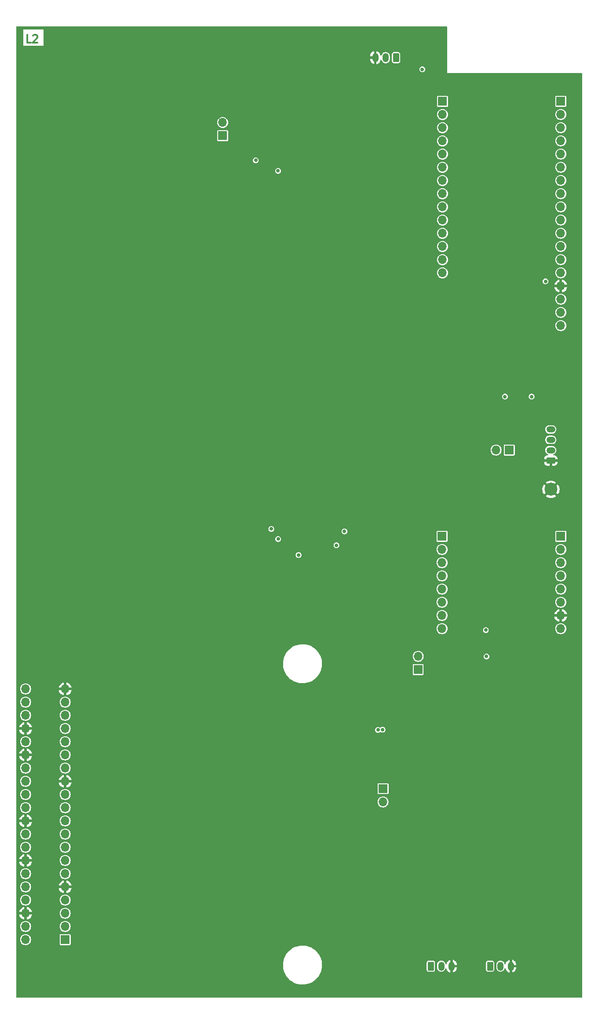
<source format=gbr>
%TF.GenerationSoftware,KiCad,Pcbnew,7.0.1*%
%TF.CreationDate,2023-12-13T20:39:24+01:00*%
%TF.ProjectId,big_pcb,6269675f-7063-4622-9e6b-696361645f70,rev?*%
%TF.SameCoordinates,Original*%
%TF.FileFunction,Copper,L2,Inr*%
%TF.FilePolarity,Positive*%
%FSLAX46Y46*%
G04 Gerber Fmt 4.6, Leading zero omitted, Abs format (unit mm)*
G04 Created by KiCad (PCBNEW 7.0.1) date 2023-12-13 20:39:24*
%MOMM*%
%LPD*%
G01*
G04 APERTURE LIST*
G04 Aperture macros list*
%AMRoundRect*
0 Rectangle with rounded corners*
0 $1 Rounding radius*
0 $2 $3 $4 $5 $6 $7 $8 $9 X,Y pos of 4 corners*
0 Add a 4 corners polygon primitive as box body*
4,1,4,$2,$3,$4,$5,$6,$7,$8,$9,$2,$3,0*
0 Add four circle primitives for the rounded corners*
1,1,$1+$1,$2,$3*
1,1,$1+$1,$4,$5*
1,1,$1+$1,$6,$7*
1,1,$1+$1,$8,$9*
0 Add four rect primitives between the rounded corners*
20,1,$1+$1,$2,$3,$4,$5,0*
20,1,$1+$1,$4,$5,$6,$7,0*
20,1,$1+$1,$6,$7,$8,$9,0*
20,1,$1+$1,$8,$9,$2,$3,0*%
G04 Aperture macros list end*
%ADD10C,0.300000*%
%TA.AperFunction,NonConductor*%
%ADD11C,0.300000*%
%TD*%
%TA.AperFunction,ComponentPad*%
%ADD12R,1.700000X1.700000*%
%TD*%
%TA.AperFunction,ComponentPad*%
%ADD13O,1.700000X1.700000*%
%TD*%
%TA.AperFunction,ComponentPad*%
%ADD14RoundRect,0.250000X0.350000X0.625000X-0.350000X0.625000X-0.350000X-0.625000X0.350000X-0.625000X0*%
%TD*%
%TA.AperFunction,ComponentPad*%
%ADD15O,1.200000X1.750000*%
%TD*%
%TA.AperFunction,ComponentPad*%
%ADD16RoundRect,0.250000X0.625000X-0.350000X0.625000X0.350000X-0.625000X0.350000X-0.625000X-0.350000X0*%
%TD*%
%TA.AperFunction,ComponentPad*%
%ADD17O,1.750000X1.200000*%
%TD*%
%TA.AperFunction,ComponentPad*%
%ADD18RoundRect,0.250000X-0.350000X-0.625000X0.350000X-0.625000X0.350000X0.625000X-0.350000X0.625000X0*%
%TD*%
%TA.AperFunction,ComponentPad*%
%ADD19C,2.500000*%
%TD*%
%TA.AperFunction,ViaPad*%
%ADD20C,0.700000*%
%TD*%
G04 APERTURE END LIST*
D10*
D11*
X149531428Y-53216428D02*
X148817142Y-53216428D01*
X148817142Y-53216428D02*
X148817142Y-51716428D01*
X149960000Y-51859285D02*
X150031428Y-51787857D01*
X150031428Y-51787857D02*
X150174286Y-51716428D01*
X150174286Y-51716428D02*
X150531428Y-51716428D01*
X150531428Y-51716428D02*
X150674286Y-51787857D01*
X150674286Y-51787857D02*
X150745714Y-51859285D01*
X150745714Y-51859285D02*
X150817143Y-52002142D01*
X150817143Y-52002142D02*
X150817143Y-52145000D01*
X150817143Y-52145000D02*
X150745714Y-52359285D01*
X150745714Y-52359285D02*
X149888571Y-53216428D01*
X149888571Y-53216428D02*
X150817143Y-53216428D01*
D12*
%TO.N,Net-(JP2-A)*%
%TO.C,JP2*%
X224120000Y-173900000D03*
D13*
%TO.N,+3.3VA*%
X224120000Y-171360000D03*
%TD*%
D14*
%TO.N,Net-(J10-Pin_1)*%
%TO.C,J10*%
X219860000Y-56130000D03*
D15*
%TO.N,/HALL_TOP*%
X217860000Y-56130000D03*
%TO.N,GND*%
X215860000Y-56130000D03*
%TD*%
D12*
%TO.N,Net-(JP3-A)*%
%TO.C,JP3*%
X186477500Y-71140000D03*
D13*
%TO.N,+3.3VP*%
X186477500Y-68600000D03*
%TD*%
D12*
%TO.N,unconnected-(J4-Pin_1-Pad1)*%
%TO.C,J4*%
X228710000Y-148250000D03*
D13*
%TO.N,unconnected-(J4-Pin_2-Pad2)*%
X228710000Y-150790000D03*
%TO.N,unconnected-(J4-Pin_3-Pad3)*%
X228710000Y-153330000D03*
%TO.N,/SD_D5_SCK*%
X228710000Y-155870000D03*
%TO.N,/SD_D6_MISO*%
X228710000Y-158410000D03*
%TO.N,/SD_D7_MOSI*%
X228710000Y-160950000D03*
%TO.N,/SD_D8_CS*%
X228710000Y-163490000D03*
%TO.N,+3.3VA*%
X228710000Y-166030000D03*
%TD*%
D12*
%TO.N,/SPI_CS*%
%TO.C,J1*%
X228800000Y-64530000D03*
D13*
%TO.N,Net-(J1-Pin_2)*%
X228800000Y-67070000D03*
%TO.N,Net-(J1-Pin_3)*%
X228800000Y-69610000D03*
%TO.N,/SPI_MISO*%
X228800000Y-72150000D03*
%TO.N,/DVP_Y5*%
X228800000Y-74690000D03*
%TO.N,/DVP_PCLK*%
X228800000Y-77230000D03*
%TO.N,/VSYNC*%
X228800000Y-79770000D03*
%TO.N,/DVP_Y7*%
X228800000Y-82310000D03*
%TO.N,/DISP_HRDY*%
X228800000Y-84850000D03*
%TO.N,/DISP_RST*%
X228800000Y-87390000D03*
%TO.N,unconnected-(J1-Pin_11-Pad11)*%
X228800000Y-89930000D03*
%TO.N,/D-*%
X228800000Y-92470000D03*
%TO.N,/D+*%
X228800000Y-95010000D03*
%TO.N,+5V*%
X228800000Y-97550000D03*
%TD*%
D16*
%TO.N,GND*%
%TO.C,J6*%
X249650000Y-133690000D03*
D17*
%TO.N,Net-(J6-Pin_2)*%
X249650000Y-131690000D03*
%TO.N,/SCL*%
X249650000Y-129690000D03*
%TO.N,/SDA*%
X249650000Y-127690000D03*
%TD*%
D18*
%TO.N,Net-(J9-Pin_1)*%
%TO.C,J9*%
X237960000Y-231000000D03*
D15*
%TO.N,/HALL_RIGHT*%
X239960000Y-231000000D03*
%TO.N,GND*%
X241960000Y-231000000D03*
%TD*%
D12*
%TO.N,Net-(J6-Pin_2)*%
%TO.C,JP8*%
X241660000Y-131660000D03*
D13*
%TO.N,+5V*%
X239120000Y-131660000D03*
%TD*%
D12*
%TO.N,/LED*%
%TO.C,J2*%
X251580000Y-64520000D03*
D13*
%TO.N,/SW_DISP_SD*%
X251580000Y-67060000D03*
%TO.N,/HALL_TOP*%
X251580000Y-69600000D03*
%TO.N,/EN_PWR_HALL*%
X251580000Y-72140000D03*
%TO.N,/DVP_Y6*%
X251580000Y-74680000D03*
%TO.N,/HALL_LEFT*%
X251580000Y-77220000D03*
%TO.N,/EN_PWR_DISP*%
X251580000Y-79760000D03*
%TO.N,/EN_PWR_SD*%
X251580000Y-82300000D03*
%TO.N,/CAM_SDA*%
X251580000Y-84840000D03*
%TO.N,/CAM_SCL*%
X251580000Y-87380000D03*
%TO.N,/HALL_RIGHT*%
X251580000Y-89920000D03*
%TO.N,/BATT_SCL*%
X251580000Y-92460000D03*
%TO.N,/BATT_SDA*%
X251580000Y-95000000D03*
%TO.N,unconnected-(J2-Pin_14-Pad14)*%
X251580000Y-97540000D03*
%TO.N,GND*%
X251580000Y-100080000D03*
%TO.N,unconnected-(J2-Pin_16-Pad16)*%
X251580000Y-102620000D03*
%TO.N,+3.3V*%
X251580000Y-105160000D03*
%TO.N,/ESP_RST#*%
X251580000Y-107700000D03*
%TD*%
D18*
%TO.N,Net-(J8-Pin_1)*%
%TO.C,J8*%
X226560000Y-231000000D03*
D15*
%TO.N,/HALL_LEFT*%
X228560000Y-231000000D03*
%TO.N,GND*%
X230560000Y-231000000D03*
%TD*%
D12*
%TO.N,Net-(JP1-A)*%
%TO.C,JP1*%
X217350000Y-196840000D03*
D13*
%TO.N,+5VD*%
X217350000Y-199380000D03*
%TD*%
D19*
%TO.N,GND*%
%TO.C,TP4*%
X249680000Y-139220000D03*
%TD*%
D12*
%TO.N,unconnected-(J5-Pin_1-Pad1)*%
%TO.C,J5*%
X251570000Y-148250000D03*
D13*
%TO.N,unconnected-(J5-Pin_2-Pad2)*%
X251570000Y-150790000D03*
%TO.N,unconnected-(J5-Pin_3-Pad3)*%
X251570000Y-153330000D03*
%TO.N,unconnected-(J5-Pin_4-Pad4)*%
X251570000Y-155870000D03*
%TO.N,unconnected-(J5-Pin_5-Pad5)*%
X251570000Y-158410000D03*
%TO.N,unconnected-(J5-Pin_6-Pad6)*%
X251570000Y-160950000D03*
%TO.N,GND*%
X251570000Y-163490000D03*
%TO.N,unconnected-(J5-Pin_8-Pad8)*%
X251570000Y-166030000D03*
%TD*%
D12*
%TO.N,Net-(J3-Pin_1)*%
%TO.C,J3*%
X156140000Y-225890000D03*
D13*
%TO.N,+5VD*%
X148520000Y-225890000D03*
%TO.N,/DISP_SDA*%
X156140000Y-223350000D03*
%TO.N,+5VD*%
X148520000Y-223350000D03*
%TO.N,/DISP_SCL*%
X156140000Y-220810000D03*
%TO.N,GND*%
X148520000Y-220810000D03*
%TO.N,/P4_free*%
X156140000Y-218270000D03*
%TO.N,/P_TX_free*%
X148520000Y-218270000D03*
%TO.N,GND*%
X156140000Y-215730000D03*
%TO.N,/P_RX_free*%
X148520000Y-215730000D03*
%TO.N,/DISP_RST*%
X156140000Y-213190000D03*
%TO.N,/P18_free*%
X148520000Y-213190000D03*
%TO.N,/P27_free*%
X156140000Y-210650000D03*
%TO.N,GND*%
X148520000Y-210650000D03*
%TO.N,/P22_free*%
X156140000Y-208110000D03*
%TO.N,/P23_free*%
X148520000Y-208110000D03*
%TO.N,Net-(J3-Pin_17)*%
X156140000Y-205570000D03*
%TO.N,/DISP_HRDY*%
X148520000Y-205570000D03*
%TO.N,/DISP_MOSI*%
X156140000Y-203030000D03*
%TO.N,GND*%
X148520000Y-203030000D03*
%TO.N,Net-(J3-Pin_21)*%
X156140000Y-200490000D03*
%TO.N,/P25_free*%
X148520000Y-200490000D03*
%TO.N,/DISP_SCK*%
X156140000Y-197950000D03*
%TO.N,/DISP_CS*%
X148520000Y-197950000D03*
%TO.N,GND*%
X156140000Y-195410000D03*
%TO.N,/P_CS1_free*%
X148520000Y-195410000D03*
%TO.N,/ID_SD*%
X156140000Y-192870000D03*
%TO.N,/ID_SC_free*%
X148520000Y-192870000D03*
%TO.N,/P5_free*%
X156140000Y-190330000D03*
%TO.N,GND*%
X148520000Y-190330000D03*
%TO.N,/P6_free*%
X156140000Y-187790000D03*
%TO.N,/P12_free*%
X148520000Y-187790000D03*
%TO.N,/P13_free*%
X156140000Y-185250000D03*
%TO.N,GND*%
X148520000Y-185250000D03*
%TO.N,/P19_free*%
X156140000Y-182710000D03*
%TO.N,/P16_free*%
X148520000Y-182710000D03*
%TO.N,/P26_free*%
X156140000Y-180170000D03*
%TO.N,/P20_free*%
X148520000Y-180170000D03*
%TO.N,GND*%
X156140000Y-177630000D03*
%TO.N,/P21_free*%
X148520000Y-177630000D03*
%TD*%
D20*
%TO.N,+5V*%
X216370000Y-185530000D03*
X217270000Y-185480000D03*
%TO.N,GND*%
X205320000Y-145720000D03*
X245260000Y-168550000D03*
X220690000Y-185900000D03*
X227850000Y-54840000D03*
X196750000Y-156610000D03*
X189842500Y-82800000D03*
X189772500Y-85230000D03*
X247720000Y-168570000D03*
X200960000Y-156580000D03*
X242770000Y-168520000D03*
X189892500Y-80290000D03*
X203440000Y-156480000D03*
%TO.N,+3.3V*%
X201090000Y-151870000D03*
X240830000Y-121370000D03*
X192832500Y-75870000D03*
X237140000Y-166300000D03*
X245960000Y-121370000D03*
X237260000Y-171390000D03*
%TO.N,Net-(D1-A)*%
X224910000Y-58370000D03*
%TO.N,/SD_D5_SCK*%
X208380000Y-149980000D03*
%TO.N,/SD_D6_MISO*%
X209910000Y-147310000D03*
%TO.N,/SD_D7_MOSI*%
X197150000Y-148770000D03*
%TO.N,/SD_D8_CS*%
X195840000Y-146820000D03*
%TO.N,/EN_PWR_HALL*%
X197132500Y-77920000D03*
%TO.N,/HALL_LEFT*%
X248640000Y-99180000D03*
%TD*%
%TA.AperFunction,Conductor*%
%TO.N,GND*%
G36*
X188189934Y-50089934D02*
G01*
X229566000Y-50090000D01*
X229628000Y-50106613D01*
X229673387Y-50152000D01*
X229690000Y-50214000D01*
X229690000Y-59100000D01*
X255566000Y-59100000D01*
X255628000Y-59116613D01*
X255673387Y-59162000D01*
X255690000Y-59224000D01*
X255690000Y-236966000D01*
X255673387Y-237028000D01*
X255628000Y-237073387D01*
X255566000Y-237090000D01*
X146814000Y-237090000D01*
X146752000Y-237073387D01*
X146706613Y-237028000D01*
X146690000Y-236966000D01*
X146689995Y-230693304D01*
X198085766Y-230693304D01*
X198095722Y-231079831D01*
X198120627Y-231272194D01*
X198145367Y-231463286D01*
X198234176Y-231839600D01*
X198361211Y-232204797D01*
X198525117Y-232554987D01*
X198724162Y-232886469D01*
X198724164Y-232886472D01*
X198724165Y-232886473D01*
X198956241Y-233195734D01*
X199218885Y-233479495D01*
X199509314Y-233734745D01*
X199824449Y-233958781D01*
X199824453Y-233958783D01*
X200160949Y-234149228D01*
X200515242Y-234304063D01*
X200515247Y-234304065D01*
X200883588Y-234421652D01*
X201262067Y-234500743D01*
X201646673Y-234540500D01*
X201936582Y-234540500D01*
X201936589Y-234540500D01*
X202226142Y-234525574D01*
X202608191Y-234466072D01*
X202776861Y-234421652D01*
X202982092Y-234367604D01*
X203015936Y-234354844D01*
X203343896Y-234231209D01*
X203516883Y-234144744D01*
X203689751Y-234058340D01*
X204015998Y-233850826D01*
X204015999Y-233850825D01*
X204016004Y-233850822D01*
X204319187Y-233610860D01*
X204596091Y-233340997D01*
X204596091Y-233340996D01*
X204596095Y-233340993D01*
X204843777Y-233044095D01*
X204949835Y-232886469D01*
X205059627Y-232723294D01*
X205241346Y-232382002D01*
X205387009Y-232023834D01*
X205487307Y-231679269D01*
X225759500Y-231679269D01*
X225762353Y-231709696D01*
X225807207Y-231837884D01*
X225887849Y-231947150D01*
X225997115Y-232027792D01*
X225997118Y-232027793D01*
X226125301Y-232072646D01*
X226137474Y-232073787D01*
X226155731Y-232075500D01*
X226155734Y-232075500D01*
X226964266Y-232075500D01*
X226964269Y-232075500D01*
X226979482Y-232074073D01*
X226994699Y-232072646D01*
X227122882Y-232027793D01*
X227122882Y-232027792D01*
X227122884Y-232027792D01*
X227232150Y-231947150D01*
X227312792Y-231837884D01*
X227312793Y-231837882D01*
X227357646Y-231709699D01*
X227360500Y-231679266D01*
X227360500Y-231319957D01*
X227759500Y-231319957D01*
X227774631Y-231454251D01*
X227774631Y-231454253D01*
X227774632Y-231454255D01*
X227834211Y-231624522D01*
X227863660Y-231671389D01*
X227930185Y-231777264D01*
X228057735Y-231904814D01*
X228057737Y-231904815D01*
X228057738Y-231904816D01*
X228210478Y-232000789D01*
X228380745Y-232060368D01*
X228515046Y-232075500D01*
X228559999Y-232080565D01*
X228559999Y-232080564D01*
X228560000Y-232080565D01*
X228739255Y-232060368D01*
X228909522Y-232000789D01*
X229062262Y-231904816D01*
X229189816Y-231777262D01*
X229285789Y-231624522D01*
X229339389Y-231471340D01*
X229373366Y-231420231D01*
X229427698Y-231391674D01*
X229489070Y-231392673D01*
X229542443Y-231422984D01*
X229574741Y-231475179D01*
X229636303Y-231671389D01*
X229735003Y-231849214D01*
X229867479Y-232003531D01*
X230028307Y-232128021D01*
X230210905Y-232217589D01*
X230309999Y-232243246D01*
X230310000Y-232243247D01*
X230310000Y-231250000D01*
X230810000Y-231250000D01*
X230810000Y-232248366D01*
X230811948Y-232248067D01*
X231002663Y-232177435D01*
X231175263Y-232069854D01*
X231322669Y-231929733D01*
X231438855Y-231762805D01*
X231474703Y-231679269D01*
X237159500Y-231679269D01*
X237162353Y-231709696D01*
X237207207Y-231837884D01*
X237287849Y-231947150D01*
X237397115Y-232027792D01*
X237397118Y-232027793D01*
X237525301Y-232072646D01*
X237537474Y-232073787D01*
X237555731Y-232075500D01*
X237555734Y-232075500D01*
X238364266Y-232075500D01*
X238364269Y-232075500D01*
X238379482Y-232074073D01*
X238394699Y-232072646D01*
X238522882Y-232027793D01*
X238522882Y-232027792D01*
X238522884Y-232027792D01*
X238632150Y-231947150D01*
X238712792Y-231837884D01*
X238712793Y-231837882D01*
X238757646Y-231709699D01*
X238760500Y-231679266D01*
X238760500Y-231319957D01*
X239159500Y-231319957D01*
X239174631Y-231454251D01*
X239174631Y-231454253D01*
X239174632Y-231454255D01*
X239234211Y-231624522D01*
X239263660Y-231671389D01*
X239330185Y-231777264D01*
X239457735Y-231904814D01*
X239457737Y-231904815D01*
X239457738Y-231904816D01*
X239610478Y-232000789D01*
X239780745Y-232060368D01*
X239915046Y-232075500D01*
X239959999Y-232080565D01*
X239959999Y-232080564D01*
X239960000Y-232080565D01*
X240139255Y-232060368D01*
X240309522Y-232000789D01*
X240462262Y-231904816D01*
X240589816Y-231777262D01*
X240685789Y-231624522D01*
X240739389Y-231471340D01*
X240773366Y-231420231D01*
X240827698Y-231391674D01*
X240889070Y-231392673D01*
X240942443Y-231422984D01*
X240974741Y-231475179D01*
X241036303Y-231671389D01*
X241135003Y-231849214D01*
X241267479Y-232003531D01*
X241428307Y-232128021D01*
X241610905Y-232217589D01*
X241709999Y-232243246D01*
X241710000Y-232243247D01*
X241710000Y-231250000D01*
X242210000Y-231250000D01*
X242210000Y-232248366D01*
X242211948Y-232248067D01*
X242402663Y-232177435D01*
X242575263Y-232069854D01*
X242722669Y-231929733D01*
X242838855Y-231762805D01*
X242919059Y-231575907D01*
X242960000Y-231376689D01*
X242960000Y-231250000D01*
X242210000Y-231250000D01*
X241710000Y-231250000D01*
X241710000Y-229756753D01*
X242210000Y-229756753D01*
X242210000Y-230750000D01*
X242960000Y-230750000D01*
X242960000Y-230674290D01*
X242944580Y-230522660D01*
X242883696Y-230328610D01*
X242784996Y-230150785D01*
X242652520Y-229996468D01*
X242491692Y-229871978D01*
X242309094Y-229782410D01*
X242210000Y-229756753D01*
X241710000Y-229756753D01*
X241710000Y-229751634D01*
X241708051Y-229751932D01*
X241517336Y-229822564D01*
X241344736Y-229930145D01*
X241197330Y-230070266D01*
X241081144Y-230237194D01*
X241000941Y-230424092D01*
X240980945Y-230521390D01*
X240952449Y-230578485D01*
X240899334Y-230613850D01*
X240835666Y-230618119D01*
X240778305Y-230590162D01*
X240742442Y-230537384D01*
X240685789Y-230375478D01*
X240589816Y-230222738D01*
X240589815Y-230222737D01*
X240589814Y-230222735D01*
X240462264Y-230095185D01*
X240394886Y-230052849D01*
X240309522Y-229999211D01*
X240139255Y-229939632D01*
X240139253Y-229939631D01*
X240139251Y-229939631D01*
X239960000Y-229919434D01*
X239780748Y-229939631D01*
X239780745Y-229939631D01*
X239780745Y-229939632D01*
X239610478Y-229999211D01*
X239610476Y-229999211D01*
X239610476Y-229999212D01*
X239457735Y-230095185D01*
X239330185Y-230222735D01*
X239234212Y-230375476D01*
X239174631Y-230545748D01*
X239159500Y-230680043D01*
X239159500Y-231319957D01*
X238760500Y-231319957D01*
X238760500Y-230320734D01*
X238757646Y-230290301D01*
X238712793Y-230162118D01*
X238712792Y-230162115D01*
X238632150Y-230052849D01*
X238522884Y-229972207D01*
X238394873Y-229927415D01*
X238394699Y-229927354D01*
X238394698Y-229927353D01*
X238394696Y-229927353D01*
X238364269Y-229924500D01*
X238364266Y-229924500D01*
X237555734Y-229924500D01*
X237555731Y-229924500D01*
X237525303Y-229927353D01*
X237397115Y-229972207D01*
X237287849Y-230052849D01*
X237207207Y-230162115D01*
X237162353Y-230290303D01*
X237159500Y-230320731D01*
X237159500Y-231679269D01*
X231474703Y-231679269D01*
X231519059Y-231575907D01*
X231560000Y-231376689D01*
X231560000Y-231250000D01*
X230810000Y-231250000D01*
X230310000Y-231250000D01*
X230310000Y-229756753D01*
X230810000Y-229756753D01*
X230810000Y-230750000D01*
X231560000Y-230750000D01*
X231560000Y-230674290D01*
X231544580Y-230522660D01*
X231483696Y-230328610D01*
X231384996Y-230150785D01*
X231252520Y-229996468D01*
X231091692Y-229871978D01*
X230909094Y-229782410D01*
X230810000Y-229756753D01*
X230310000Y-229756753D01*
X230310000Y-229751634D01*
X230308051Y-229751932D01*
X230117336Y-229822564D01*
X229944736Y-229930145D01*
X229797330Y-230070266D01*
X229681144Y-230237194D01*
X229600941Y-230424092D01*
X229580945Y-230521390D01*
X229552449Y-230578485D01*
X229499334Y-230613850D01*
X229435666Y-230618119D01*
X229378305Y-230590162D01*
X229342442Y-230537384D01*
X229285789Y-230375478D01*
X229189816Y-230222738D01*
X229189815Y-230222737D01*
X229189814Y-230222735D01*
X229062264Y-230095185D01*
X228994886Y-230052849D01*
X228909522Y-229999211D01*
X228739255Y-229939632D01*
X228739253Y-229939631D01*
X228739251Y-229939631D01*
X228560000Y-229919434D01*
X228380748Y-229939631D01*
X228380745Y-229939631D01*
X228380745Y-229939632D01*
X228210478Y-229999211D01*
X228210476Y-229999211D01*
X228210476Y-229999212D01*
X228057735Y-230095185D01*
X227930185Y-230222735D01*
X227834212Y-230375476D01*
X227774631Y-230545748D01*
X227759500Y-230680043D01*
X227759500Y-231319957D01*
X227360500Y-231319957D01*
X227360500Y-230320734D01*
X227357646Y-230290301D01*
X227312793Y-230162118D01*
X227312792Y-230162115D01*
X227232150Y-230052849D01*
X227122884Y-229972207D01*
X226994873Y-229927415D01*
X226994699Y-229927354D01*
X226994698Y-229927353D01*
X226994696Y-229927353D01*
X226964269Y-229924500D01*
X226964266Y-229924500D01*
X226155734Y-229924500D01*
X226155731Y-229924500D01*
X226125303Y-229927353D01*
X225997115Y-229972207D01*
X225887849Y-230052849D01*
X225807207Y-230162115D01*
X225762353Y-230290303D01*
X225759500Y-230320731D01*
X225759500Y-231679269D01*
X205487307Y-231679269D01*
X205495074Y-231652587D01*
X205564394Y-231272197D01*
X205594234Y-230886696D01*
X205584278Y-230500169D01*
X205534633Y-230116715D01*
X205445823Y-229740398D01*
X205318790Y-229375206D01*
X205154882Y-229025012D01*
X204955835Y-228693527D01*
X204723759Y-228384266D01*
X204461115Y-228100505D01*
X204170686Y-227845255D01*
X203855551Y-227621219D01*
X203855546Y-227621216D01*
X203519050Y-227430771D01*
X203164757Y-227275936D01*
X202796410Y-227158347D01*
X202417935Y-227079257D01*
X202225629Y-227059378D01*
X202033327Y-227039500D01*
X201743411Y-227039500D01*
X201540723Y-227049948D01*
X201453855Y-227054426D01*
X201071802Y-227113929D01*
X200697907Y-227212395D01*
X200336098Y-227348793D01*
X199990248Y-227521659D01*
X199664001Y-227729173D01*
X199360810Y-227969142D01*
X199083904Y-228239006D01*
X198836222Y-228535904D01*
X198620372Y-228856707D01*
X198438653Y-229197998D01*
X198292993Y-229556160D01*
X198184925Y-229927415D01*
X198115605Y-230307805D01*
X198086792Y-230680043D01*
X198085766Y-230693304D01*
X146689995Y-230693304D01*
X146689991Y-225890000D01*
X147464417Y-225890000D01*
X147484699Y-226095932D01*
X147484700Y-226095934D01*
X147544768Y-226293954D01*
X147642315Y-226476450D01*
X147693609Y-226538952D01*
X147773589Y-226636410D01*
X147853569Y-226702047D01*
X147933550Y-226767685D01*
X148116046Y-226865232D01*
X148314066Y-226925300D01*
X148520000Y-226945583D01*
X148725934Y-226925300D01*
X148923954Y-226865232D01*
X149106450Y-226767685D01*
X149116120Y-226759749D01*
X155089500Y-226759749D01*
X155101132Y-226818230D01*
X155145447Y-226884552D01*
X155211769Y-226928867D01*
X155270251Y-226940500D01*
X155270252Y-226940500D01*
X157009748Y-226940500D01*
X157009749Y-226940500D01*
X157038989Y-226934683D01*
X157068231Y-226928867D01*
X157134552Y-226884552D01*
X157178867Y-226818231D01*
X157190500Y-226759748D01*
X157190500Y-225020252D01*
X157178867Y-224961769D01*
X157178866Y-224961768D01*
X157134552Y-224895447D01*
X157068230Y-224851132D01*
X157009749Y-224839500D01*
X157009748Y-224839500D01*
X155270252Y-224839500D01*
X155270251Y-224839500D01*
X155211769Y-224851132D01*
X155145447Y-224895447D01*
X155101132Y-224961769D01*
X155089500Y-225020251D01*
X155089500Y-226759749D01*
X149116120Y-226759749D01*
X149266410Y-226636410D01*
X149397685Y-226476450D01*
X149495232Y-226293954D01*
X149555300Y-226095934D01*
X149575583Y-225890000D01*
X149555300Y-225684066D01*
X149495232Y-225486046D01*
X149397685Y-225303550D01*
X149332047Y-225223569D01*
X149266410Y-225143589D01*
X149116121Y-225020252D01*
X149106450Y-225012315D01*
X148923954Y-224914768D01*
X148824943Y-224884733D01*
X148725932Y-224854699D01*
X148520000Y-224834417D01*
X148314067Y-224854699D01*
X148116043Y-224914769D01*
X147933551Y-225012314D01*
X147773589Y-225143589D01*
X147642314Y-225303551D01*
X147544769Y-225486043D01*
X147484699Y-225684067D01*
X147464417Y-225890000D01*
X146689991Y-225890000D01*
X146689989Y-223349999D01*
X147464417Y-223349999D01*
X147484699Y-223555932D01*
X147484700Y-223555934D01*
X147544768Y-223753954D01*
X147642315Y-223936450D01*
X147693608Y-223998952D01*
X147773589Y-224096410D01*
X147853569Y-224162047D01*
X147933550Y-224227685D01*
X148116046Y-224325232D01*
X148314066Y-224385300D01*
X148520000Y-224405583D01*
X148725934Y-224385300D01*
X148923954Y-224325232D01*
X149106450Y-224227685D01*
X149266410Y-224096410D01*
X149397685Y-223936450D01*
X149495232Y-223753954D01*
X149555300Y-223555934D01*
X149575583Y-223350000D01*
X149575583Y-223349999D01*
X155084417Y-223349999D01*
X155104699Y-223555932D01*
X155104700Y-223555934D01*
X155164768Y-223753954D01*
X155262315Y-223936450D01*
X155313608Y-223998952D01*
X155393589Y-224096410D01*
X155473569Y-224162047D01*
X155553550Y-224227685D01*
X155736046Y-224325232D01*
X155934066Y-224385300D01*
X156140000Y-224405583D01*
X156345934Y-224385300D01*
X156543954Y-224325232D01*
X156726450Y-224227685D01*
X156886410Y-224096410D01*
X157017685Y-223936450D01*
X157115232Y-223753954D01*
X157175300Y-223555934D01*
X157195583Y-223350000D01*
X157175300Y-223144066D01*
X157115232Y-222946046D01*
X157017685Y-222763550D01*
X156952047Y-222683569D01*
X156886410Y-222603589D01*
X156788952Y-222523608D01*
X156726450Y-222472315D01*
X156543954Y-222374768D01*
X156444943Y-222344733D01*
X156345932Y-222314699D01*
X156140000Y-222294417D01*
X155934067Y-222314699D01*
X155736043Y-222374769D01*
X155553551Y-222472314D01*
X155393589Y-222603589D01*
X155262314Y-222763551D01*
X155164769Y-222946043D01*
X155104699Y-223144067D01*
X155084417Y-223349999D01*
X149575583Y-223349999D01*
X149555300Y-223144066D01*
X149495232Y-222946046D01*
X149397685Y-222763550D01*
X149332047Y-222683569D01*
X149266410Y-222603589D01*
X149168952Y-222523608D01*
X149106450Y-222472315D01*
X148923954Y-222374768D01*
X148824943Y-222344733D01*
X148725932Y-222314699D01*
X148520000Y-222294417D01*
X148314067Y-222314699D01*
X148116043Y-222374769D01*
X147933551Y-222472314D01*
X147773589Y-222603589D01*
X147642314Y-222763551D01*
X147544769Y-222946043D01*
X147484699Y-223144067D01*
X147464417Y-223349999D01*
X146689989Y-223349999D01*
X146689987Y-221060000D01*
X147292892Y-221060000D01*
X147340897Y-221239159D01*
X147433332Y-221437385D01*
X147558790Y-221616557D01*
X147713442Y-221771209D01*
X147892614Y-221896667D01*
X148090840Y-221989102D01*
X148269999Y-222037107D01*
X148270000Y-222037108D01*
X148270000Y-221060000D01*
X148770000Y-221060000D01*
X148770000Y-222037107D01*
X148949159Y-221989102D01*
X149147385Y-221896667D01*
X149326557Y-221771209D01*
X149481209Y-221616557D01*
X149606667Y-221437385D01*
X149699102Y-221239159D01*
X149747108Y-221060000D01*
X148770000Y-221060000D01*
X148270000Y-221060000D01*
X147292892Y-221060000D01*
X146689987Y-221060000D01*
X146689987Y-220809999D01*
X155084417Y-220809999D01*
X155104699Y-221015932D01*
X155104700Y-221015934D01*
X155164768Y-221213954D01*
X155262315Y-221396450D01*
X155313608Y-221458952D01*
X155393589Y-221556410D01*
X155466880Y-221616557D01*
X155553550Y-221687685D01*
X155736046Y-221785232D01*
X155934066Y-221845300D01*
X156140000Y-221865583D01*
X156345934Y-221845300D01*
X156543954Y-221785232D01*
X156726450Y-221687685D01*
X156886410Y-221556410D01*
X157017685Y-221396450D01*
X157115232Y-221213954D01*
X157175300Y-221015934D01*
X157195583Y-220810000D01*
X157175300Y-220604066D01*
X157115232Y-220406046D01*
X157017685Y-220223550D01*
X156952047Y-220143569D01*
X156886410Y-220063589D01*
X156788952Y-219983609D01*
X156726450Y-219932315D01*
X156543954Y-219834768D01*
X156444943Y-219804733D01*
X156345932Y-219774699D01*
X156140000Y-219754417D01*
X155934067Y-219774699D01*
X155736043Y-219834769D01*
X155553551Y-219932314D01*
X155393589Y-220063589D01*
X155262314Y-220223551D01*
X155164769Y-220406043D01*
X155104699Y-220604067D01*
X155084417Y-220809999D01*
X146689987Y-220809999D01*
X146689987Y-220560000D01*
X147292892Y-220560000D01*
X148270000Y-220560000D01*
X148270000Y-219582892D01*
X148770000Y-219582892D01*
X148770000Y-220560000D01*
X149747108Y-220560000D01*
X149747107Y-220559999D01*
X149699102Y-220380840D01*
X149606667Y-220182615D01*
X149481209Y-220003442D01*
X149326557Y-219848790D01*
X149147385Y-219723332D01*
X148949159Y-219630897D01*
X148770000Y-219582892D01*
X148270000Y-219582892D01*
X148269999Y-219582892D01*
X148090840Y-219630897D01*
X147892615Y-219723332D01*
X147713442Y-219848790D01*
X147558790Y-220003442D01*
X147433332Y-220182615D01*
X147340897Y-220380840D01*
X147292892Y-220559999D01*
X147292892Y-220560000D01*
X146689987Y-220560000D01*
X146689986Y-218270000D01*
X147464417Y-218270000D01*
X147484699Y-218475932D01*
X147484700Y-218475934D01*
X147544768Y-218673954D01*
X147642315Y-218856450D01*
X147693608Y-218918952D01*
X147773589Y-219016410D01*
X147853570Y-219082047D01*
X147933550Y-219147685D01*
X148116046Y-219245232D01*
X148314066Y-219305300D01*
X148520000Y-219325583D01*
X148725934Y-219305300D01*
X148923954Y-219245232D01*
X149106450Y-219147685D01*
X149266410Y-219016410D01*
X149397685Y-218856450D01*
X149495232Y-218673954D01*
X149555300Y-218475934D01*
X149575583Y-218270000D01*
X155084417Y-218270000D01*
X155104699Y-218475932D01*
X155104700Y-218475934D01*
X155164768Y-218673954D01*
X155262315Y-218856450D01*
X155313608Y-218918952D01*
X155393589Y-219016410D01*
X155473570Y-219082047D01*
X155553550Y-219147685D01*
X155736046Y-219245232D01*
X155934066Y-219305300D01*
X156140000Y-219325583D01*
X156345934Y-219305300D01*
X156543954Y-219245232D01*
X156726450Y-219147685D01*
X156886410Y-219016410D01*
X157017685Y-218856450D01*
X157115232Y-218673954D01*
X157175300Y-218475934D01*
X157195583Y-218270000D01*
X157175300Y-218064066D01*
X157115232Y-217866046D01*
X157017685Y-217683550D01*
X156952047Y-217603570D01*
X156886410Y-217523589D01*
X156788952Y-217443609D01*
X156726450Y-217392315D01*
X156543954Y-217294768D01*
X156444944Y-217264734D01*
X156345932Y-217234699D01*
X156140000Y-217214417D01*
X155934067Y-217234699D01*
X155736043Y-217294769D01*
X155553551Y-217392314D01*
X155393589Y-217523589D01*
X155262314Y-217683551D01*
X155164769Y-217866043D01*
X155104699Y-218064067D01*
X155084417Y-218270000D01*
X149575583Y-218270000D01*
X149555300Y-218064066D01*
X149495232Y-217866046D01*
X149397685Y-217683550D01*
X149332047Y-217603570D01*
X149266410Y-217523589D01*
X149168952Y-217443609D01*
X149106450Y-217392315D01*
X148923954Y-217294768D01*
X148824944Y-217264734D01*
X148725932Y-217234699D01*
X148520000Y-217214417D01*
X148314067Y-217234699D01*
X148116043Y-217294769D01*
X147933551Y-217392314D01*
X147773589Y-217523589D01*
X147642314Y-217683551D01*
X147544769Y-217866043D01*
X147484699Y-218064067D01*
X147464417Y-218270000D01*
X146689986Y-218270000D01*
X146689984Y-215730000D01*
X147464417Y-215730000D01*
X147484699Y-215935932D01*
X147484700Y-215935934D01*
X147544768Y-216133954D01*
X147642315Y-216316450D01*
X147693608Y-216378952D01*
X147773589Y-216476410D01*
X147846880Y-216536557D01*
X147933550Y-216607685D01*
X148116046Y-216705232D01*
X148314066Y-216765300D01*
X148520000Y-216785583D01*
X148725934Y-216765300D01*
X148923954Y-216705232D01*
X149106450Y-216607685D01*
X149266410Y-216476410D01*
X149397685Y-216316450D01*
X149495232Y-216133954D01*
X149541933Y-215980000D01*
X154912892Y-215980000D01*
X154960897Y-216159159D01*
X155053332Y-216357385D01*
X155178790Y-216536557D01*
X155333442Y-216691209D01*
X155512614Y-216816667D01*
X155710840Y-216909102D01*
X155889999Y-216957107D01*
X155890000Y-216957108D01*
X155890000Y-215980000D01*
X156390000Y-215980000D01*
X156390000Y-216957107D01*
X156569159Y-216909102D01*
X156767385Y-216816667D01*
X156946557Y-216691209D01*
X157101209Y-216536557D01*
X157226667Y-216357385D01*
X157319102Y-216159159D01*
X157367108Y-215980000D01*
X156390000Y-215980000D01*
X155890000Y-215980000D01*
X154912892Y-215980000D01*
X149541933Y-215980000D01*
X149555300Y-215935934D01*
X149575583Y-215730000D01*
X149555300Y-215524066D01*
X149541933Y-215480000D01*
X154912892Y-215480000D01*
X155890000Y-215480000D01*
X155890000Y-214502892D01*
X156390000Y-214502892D01*
X156390000Y-215480000D01*
X157367108Y-215480000D01*
X157367107Y-215479999D01*
X157319102Y-215300840D01*
X157226667Y-215102615D01*
X157101209Y-214923442D01*
X156946557Y-214768790D01*
X156767385Y-214643332D01*
X156569159Y-214550897D01*
X156390000Y-214502892D01*
X155890000Y-214502892D01*
X155889999Y-214502892D01*
X155710840Y-214550897D01*
X155512615Y-214643332D01*
X155333442Y-214768790D01*
X155178790Y-214923442D01*
X155053332Y-215102615D01*
X154960897Y-215300840D01*
X154912892Y-215479999D01*
X154912892Y-215480000D01*
X149541933Y-215480000D01*
X149495232Y-215326046D01*
X149397685Y-215143550D01*
X149332047Y-215063569D01*
X149266410Y-214983589D01*
X149168952Y-214903608D01*
X149106450Y-214852315D01*
X148923954Y-214754768D01*
X148824943Y-214724733D01*
X148725932Y-214694699D01*
X148520000Y-214674417D01*
X148314067Y-214694699D01*
X148116043Y-214754769D01*
X147933551Y-214852314D01*
X147773589Y-214983589D01*
X147642314Y-215143551D01*
X147544769Y-215326043D01*
X147484699Y-215524067D01*
X147464417Y-215730000D01*
X146689984Y-215730000D01*
X146689982Y-213189999D01*
X147464417Y-213189999D01*
X147484699Y-213395932D01*
X147484700Y-213395934D01*
X147544768Y-213593954D01*
X147642315Y-213776450D01*
X147693609Y-213838952D01*
X147773589Y-213936410D01*
X147853569Y-214002047D01*
X147933550Y-214067685D01*
X148116046Y-214165232D01*
X148314066Y-214225300D01*
X148520000Y-214245583D01*
X148725934Y-214225300D01*
X148923954Y-214165232D01*
X149106450Y-214067685D01*
X149266410Y-213936410D01*
X149397685Y-213776450D01*
X149495232Y-213593954D01*
X149555300Y-213395934D01*
X149575583Y-213190000D01*
X149575583Y-213189999D01*
X155084417Y-213189999D01*
X155104699Y-213395932D01*
X155104700Y-213395934D01*
X155164768Y-213593954D01*
X155262315Y-213776450D01*
X155313609Y-213838952D01*
X155393589Y-213936410D01*
X155473569Y-214002047D01*
X155553550Y-214067685D01*
X155736046Y-214165232D01*
X155934066Y-214225300D01*
X156140000Y-214245583D01*
X156345934Y-214225300D01*
X156543954Y-214165232D01*
X156726450Y-214067685D01*
X156886410Y-213936410D01*
X157017685Y-213776450D01*
X157115232Y-213593954D01*
X157175300Y-213395934D01*
X157195583Y-213190000D01*
X157175300Y-212984066D01*
X157115232Y-212786046D01*
X157017685Y-212603550D01*
X156952047Y-212523570D01*
X156886410Y-212443589D01*
X156788952Y-212363608D01*
X156726450Y-212312315D01*
X156543954Y-212214768D01*
X156444943Y-212184733D01*
X156345932Y-212154699D01*
X156140000Y-212134417D01*
X155934067Y-212154699D01*
X155736043Y-212214769D01*
X155553551Y-212312314D01*
X155393589Y-212443589D01*
X155262314Y-212603551D01*
X155164769Y-212786043D01*
X155104699Y-212984067D01*
X155084417Y-213189999D01*
X149575583Y-213189999D01*
X149555300Y-212984066D01*
X149495232Y-212786046D01*
X149397685Y-212603550D01*
X149332047Y-212523570D01*
X149266410Y-212443589D01*
X149168952Y-212363608D01*
X149106450Y-212312315D01*
X148923954Y-212214768D01*
X148824943Y-212184733D01*
X148725932Y-212154699D01*
X148520000Y-212134417D01*
X148314067Y-212154699D01*
X148116043Y-212214769D01*
X147933551Y-212312314D01*
X147773589Y-212443589D01*
X147642314Y-212603551D01*
X147544769Y-212786043D01*
X147484699Y-212984067D01*
X147464417Y-213189999D01*
X146689982Y-213189999D01*
X146689980Y-210900000D01*
X147292892Y-210900000D01*
X147340897Y-211079159D01*
X147433332Y-211277385D01*
X147558790Y-211456557D01*
X147713442Y-211611209D01*
X147892614Y-211736667D01*
X148090840Y-211829102D01*
X148269999Y-211877107D01*
X148270000Y-211877108D01*
X148270000Y-210900000D01*
X148770000Y-210900000D01*
X148770000Y-211877107D01*
X148949159Y-211829102D01*
X149147385Y-211736667D01*
X149326557Y-211611209D01*
X149481209Y-211456557D01*
X149606667Y-211277385D01*
X149699102Y-211079159D01*
X149747108Y-210900000D01*
X148770000Y-210900000D01*
X148270000Y-210900000D01*
X147292892Y-210900000D01*
X146689980Y-210900000D01*
X146689980Y-210649999D01*
X155084417Y-210649999D01*
X155104699Y-210855932D01*
X155104700Y-210855934D01*
X155164768Y-211053954D01*
X155262315Y-211236450D01*
X155313609Y-211298952D01*
X155393589Y-211396410D01*
X155466880Y-211456557D01*
X155553550Y-211527685D01*
X155736046Y-211625232D01*
X155934066Y-211685300D01*
X156140000Y-211705583D01*
X156345934Y-211685300D01*
X156543954Y-211625232D01*
X156726450Y-211527685D01*
X156886410Y-211396410D01*
X157017685Y-211236450D01*
X157115232Y-211053954D01*
X157175300Y-210855934D01*
X157195583Y-210650000D01*
X157175300Y-210444066D01*
X157115232Y-210246046D01*
X157017685Y-210063550D01*
X156952047Y-209983570D01*
X156886410Y-209903589D01*
X156788952Y-209823609D01*
X156726450Y-209772315D01*
X156543954Y-209674768D01*
X156444943Y-209644733D01*
X156345932Y-209614699D01*
X156140000Y-209594417D01*
X155934067Y-209614699D01*
X155736043Y-209674769D01*
X155553551Y-209772314D01*
X155393589Y-209903589D01*
X155262314Y-210063551D01*
X155164769Y-210246043D01*
X155104699Y-210444067D01*
X155084417Y-210649999D01*
X146689980Y-210649999D01*
X146689980Y-210400000D01*
X147292892Y-210400000D01*
X148270000Y-210400000D01*
X148270000Y-209422892D01*
X148770000Y-209422892D01*
X148770000Y-210400000D01*
X149747108Y-210400000D01*
X149747107Y-210399999D01*
X149699102Y-210220840D01*
X149606667Y-210022615D01*
X149481209Y-209843442D01*
X149326557Y-209688790D01*
X149147385Y-209563332D01*
X148949159Y-209470897D01*
X148770000Y-209422892D01*
X148270000Y-209422892D01*
X148269999Y-209422892D01*
X148090840Y-209470897D01*
X147892615Y-209563332D01*
X147713442Y-209688790D01*
X147558790Y-209843442D01*
X147433332Y-210022615D01*
X147340897Y-210220840D01*
X147292892Y-210399999D01*
X147292892Y-210400000D01*
X146689980Y-210400000D01*
X146689979Y-208109999D01*
X147464417Y-208109999D01*
X147484699Y-208315932D01*
X147484700Y-208315934D01*
X147544768Y-208513954D01*
X147642315Y-208696450D01*
X147693609Y-208758952D01*
X147773589Y-208856410D01*
X147853569Y-208922047D01*
X147933550Y-208987685D01*
X148116046Y-209085232D01*
X148314066Y-209145300D01*
X148520000Y-209165583D01*
X148725934Y-209145300D01*
X148923954Y-209085232D01*
X149106450Y-208987685D01*
X149266410Y-208856410D01*
X149397685Y-208696450D01*
X149495232Y-208513954D01*
X149555300Y-208315934D01*
X149575583Y-208110000D01*
X155084417Y-208110000D01*
X155104699Y-208315932D01*
X155104700Y-208315934D01*
X155164768Y-208513954D01*
X155262315Y-208696450D01*
X155313609Y-208758952D01*
X155393589Y-208856410D01*
X155473569Y-208922047D01*
X155553550Y-208987685D01*
X155736046Y-209085232D01*
X155934066Y-209145300D01*
X156140000Y-209165583D01*
X156345934Y-209145300D01*
X156543954Y-209085232D01*
X156726450Y-208987685D01*
X156886410Y-208856410D01*
X157017685Y-208696450D01*
X157115232Y-208513954D01*
X157175300Y-208315934D01*
X157195583Y-208110000D01*
X157175300Y-207904066D01*
X157115232Y-207706046D01*
X157017685Y-207523550D01*
X156952047Y-207443569D01*
X156886410Y-207363589D01*
X156788952Y-207283609D01*
X156726450Y-207232315D01*
X156543954Y-207134768D01*
X156444943Y-207104733D01*
X156345932Y-207074699D01*
X156162497Y-207056632D01*
X156140000Y-207054417D01*
X156139999Y-207054417D01*
X155934067Y-207074699D01*
X155736043Y-207134769D01*
X155553551Y-207232314D01*
X155393589Y-207363589D01*
X155262314Y-207523551D01*
X155164769Y-207706043D01*
X155104699Y-207904067D01*
X155084417Y-208110000D01*
X149575583Y-208110000D01*
X149555300Y-207904066D01*
X149495232Y-207706046D01*
X149397685Y-207523550D01*
X149332047Y-207443569D01*
X149266410Y-207363589D01*
X149168952Y-207283609D01*
X149106450Y-207232315D01*
X148923954Y-207134768D01*
X148824943Y-207104733D01*
X148725932Y-207074699D01*
X148542497Y-207056632D01*
X148520000Y-207054417D01*
X148519999Y-207054417D01*
X148314067Y-207074699D01*
X148116043Y-207134769D01*
X147933551Y-207232314D01*
X147773589Y-207363589D01*
X147642314Y-207523551D01*
X147544769Y-207706043D01*
X147484699Y-207904067D01*
X147464417Y-208109999D01*
X146689979Y-208109999D01*
X146689977Y-205570000D01*
X147464417Y-205570000D01*
X147484699Y-205775932D01*
X147484700Y-205775934D01*
X147544768Y-205973954D01*
X147642315Y-206156450D01*
X147693608Y-206218952D01*
X147773589Y-206316410D01*
X147853569Y-206382047D01*
X147933550Y-206447685D01*
X148116046Y-206545232D01*
X148314066Y-206605300D01*
X148520000Y-206625583D01*
X148725934Y-206605300D01*
X148923954Y-206545232D01*
X149106450Y-206447685D01*
X149266410Y-206316410D01*
X149397685Y-206156450D01*
X149495232Y-205973954D01*
X149555300Y-205775934D01*
X149575583Y-205570000D01*
X155084417Y-205570000D01*
X155104699Y-205775932D01*
X155104700Y-205775934D01*
X155164768Y-205973954D01*
X155262315Y-206156450D01*
X155313608Y-206218952D01*
X155393589Y-206316410D01*
X155473569Y-206382047D01*
X155553550Y-206447685D01*
X155736046Y-206545232D01*
X155934066Y-206605300D01*
X156140000Y-206625583D01*
X156345934Y-206605300D01*
X156543954Y-206545232D01*
X156726450Y-206447685D01*
X156886410Y-206316410D01*
X157017685Y-206156450D01*
X157115232Y-205973954D01*
X157175300Y-205775934D01*
X157195583Y-205570000D01*
X157175300Y-205364066D01*
X157115232Y-205166046D01*
X157017685Y-204983550D01*
X156952047Y-204903570D01*
X156886410Y-204823589D01*
X156788952Y-204743609D01*
X156726450Y-204692315D01*
X156543954Y-204594768D01*
X156444944Y-204564734D01*
X156345932Y-204534699D01*
X156140000Y-204514417D01*
X155934067Y-204534699D01*
X155736043Y-204594769D01*
X155553551Y-204692314D01*
X155393589Y-204823589D01*
X155262314Y-204983551D01*
X155164769Y-205166043D01*
X155104699Y-205364067D01*
X155084417Y-205570000D01*
X149575583Y-205570000D01*
X149555300Y-205364066D01*
X149495232Y-205166046D01*
X149397685Y-204983550D01*
X149332047Y-204903570D01*
X149266410Y-204823589D01*
X149168952Y-204743609D01*
X149106450Y-204692315D01*
X148923954Y-204594768D01*
X148824944Y-204564734D01*
X148725932Y-204534699D01*
X148520000Y-204514417D01*
X148314067Y-204534699D01*
X148116043Y-204594769D01*
X147933551Y-204692314D01*
X147773589Y-204823589D01*
X147642314Y-204983551D01*
X147544769Y-205166043D01*
X147484699Y-205364067D01*
X147464417Y-205570000D01*
X146689977Y-205570000D01*
X146689975Y-203280000D01*
X147292892Y-203280000D01*
X147340897Y-203459159D01*
X147433332Y-203657385D01*
X147558790Y-203836557D01*
X147713442Y-203991209D01*
X147892614Y-204116667D01*
X148090840Y-204209102D01*
X148269999Y-204257107D01*
X148270000Y-204257108D01*
X148270000Y-203280000D01*
X148770000Y-203280000D01*
X148770000Y-204257107D01*
X148949159Y-204209102D01*
X149147385Y-204116667D01*
X149326557Y-203991209D01*
X149481209Y-203836557D01*
X149606667Y-203657385D01*
X149699102Y-203459159D01*
X149747108Y-203280000D01*
X148770000Y-203280000D01*
X148270000Y-203280000D01*
X147292892Y-203280000D01*
X146689975Y-203280000D01*
X146689975Y-203030000D01*
X155084417Y-203030000D01*
X155104699Y-203235932D01*
X155104700Y-203235934D01*
X155164768Y-203433954D01*
X155262315Y-203616450D01*
X155313609Y-203678952D01*
X155393589Y-203776410D01*
X155466880Y-203836557D01*
X155553550Y-203907685D01*
X155736046Y-204005232D01*
X155934066Y-204065300D01*
X156140000Y-204085583D01*
X156345934Y-204065300D01*
X156543954Y-204005232D01*
X156726450Y-203907685D01*
X156886410Y-203776410D01*
X157017685Y-203616450D01*
X157115232Y-203433954D01*
X157175300Y-203235934D01*
X157195583Y-203030000D01*
X157175300Y-202824066D01*
X157115232Y-202626046D01*
X157017685Y-202443550D01*
X156952047Y-202363570D01*
X156886410Y-202283589D01*
X156788952Y-202203609D01*
X156726450Y-202152315D01*
X156543954Y-202054768D01*
X156444943Y-202024733D01*
X156345932Y-201994699D01*
X156140000Y-201974417D01*
X155934067Y-201994699D01*
X155736043Y-202054769D01*
X155553551Y-202152314D01*
X155393589Y-202283589D01*
X155262314Y-202443551D01*
X155164769Y-202626043D01*
X155104699Y-202824067D01*
X155084417Y-203030000D01*
X146689975Y-203030000D01*
X146689975Y-202780000D01*
X147292892Y-202780000D01*
X148270000Y-202780000D01*
X148270000Y-201802892D01*
X148770000Y-201802892D01*
X148770000Y-202780000D01*
X149747108Y-202780000D01*
X149747107Y-202779999D01*
X149699102Y-202600840D01*
X149606667Y-202402615D01*
X149481209Y-202223442D01*
X149326557Y-202068790D01*
X149147385Y-201943332D01*
X148949159Y-201850897D01*
X148770000Y-201802892D01*
X148270000Y-201802892D01*
X148269999Y-201802892D01*
X148090840Y-201850897D01*
X147892615Y-201943332D01*
X147713442Y-202068790D01*
X147558790Y-202223442D01*
X147433332Y-202402615D01*
X147340897Y-202600840D01*
X147292892Y-202779999D01*
X147292892Y-202780000D01*
X146689975Y-202780000D01*
X146689974Y-200489999D01*
X147464417Y-200489999D01*
X147484699Y-200695932D01*
X147484700Y-200695934D01*
X147544768Y-200893954D01*
X147642315Y-201076450D01*
X147693609Y-201138952D01*
X147773589Y-201236410D01*
X147853570Y-201302047D01*
X147933550Y-201367685D01*
X148116046Y-201465232D01*
X148314066Y-201525300D01*
X148520000Y-201545583D01*
X148725934Y-201525300D01*
X148923954Y-201465232D01*
X149106450Y-201367685D01*
X149266410Y-201236410D01*
X149397685Y-201076450D01*
X149495232Y-200893954D01*
X149555300Y-200695934D01*
X149575583Y-200490000D01*
X149575583Y-200489999D01*
X155084417Y-200489999D01*
X155104699Y-200695932D01*
X155104700Y-200695934D01*
X155164768Y-200893954D01*
X155262315Y-201076450D01*
X155313609Y-201138952D01*
X155393589Y-201236410D01*
X155473570Y-201302047D01*
X155553550Y-201367685D01*
X155736046Y-201465232D01*
X155934066Y-201525300D01*
X156140000Y-201545583D01*
X156345934Y-201525300D01*
X156543954Y-201465232D01*
X156726450Y-201367685D01*
X156886410Y-201236410D01*
X157017685Y-201076450D01*
X157115232Y-200893954D01*
X157175300Y-200695934D01*
X157195583Y-200490000D01*
X157175300Y-200284066D01*
X157115232Y-200086046D01*
X157017685Y-199903550D01*
X156952047Y-199823570D01*
X156886410Y-199743589D01*
X156788952Y-199663609D01*
X156726450Y-199612315D01*
X156543954Y-199514768D01*
X156444944Y-199484734D01*
X156345932Y-199454699D01*
X156140000Y-199434417D01*
X155934067Y-199454699D01*
X155736043Y-199514769D01*
X155553551Y-199612314D01*
X155393589Y-199743589D01*
X155262314Y-199903551D01*
X155164769Y-200086043D01*
X155104699Y-200284067D01*
X155084417Y-200489999D01*
X149575583Y-200489999D01*
X149555300Y-200284066D01*
X149495232Y-200086046D01*
X149397685Y-199903550D01*
X149332047Y-199823570D01*
X149266410Y-199743589D01*
X149168952Y-199663609D01*
X149106450Y-199612315D01*
X148923954Y-199514768D01*
X148824944Y-199484734D01*
X148725932Y-199454699D01*
X148520000Y-199434417D01*
X148314067Y-199454699D01*
X148116043Y-199514769D01*
X147933551Y-199612314D01*
X147773589Y-199743589D01*
X147642314Y-199903551D01*
X147544769Y-200086043D01*
X147484699Y-200284067D01*
X147464417Y-200489999D01*
X146689974Y-200489999D01*
X146689973Y-199379999D01*
X216294417Y-199379999D01*
X216314699Y-199585932D01*
X216314700Y-199585934D01*
X216374768Y-199783954D01*
X216472315Y-199966450D01*
X216523608Y-200028952D01*
X216603589Y-200126410D01*
X216683570Y-200192047D01*
X216763550Y-200257685D01*
X216946046Y-200355232D01*
X217144066Y-200415300D01*
X217350000Y-200435583D01*
X217555934Y-200415300D01*
X217753954Y-200355232D01*
X217936450Y-200257685D01*
X218096410Y-200126410D01*
X218227685Y-199966450D01*
X218325232Y-199783954D01*
X218385300Y-199585934D01*
X218405583Y-199380000D01*
X218385300Y-199174066D01*
X218325232Y-198976046D01*
X218227685Y-198793550D01*
X218147965Y-198696410D01*
X218096410Y-198633589D01*
X217978041Y-198536448D01*
X217936450Y-198502315D01*
X217753954Y-198404768D01*
X217654943Y-198374733D01*
X217555932Y-198344699D01*
X217372497Y-198326632D01*
X217350000Y-198324417D01*
X217349999Y-198324417D01*
X217144067Y-198344699D01*
X216946043Y-198404769D01*
X216763551Y-198502314D01*
X216603589Y-198633589D01*
X216472314Y-198793551D01*
X216374769Y-198976043D01*
X216314699Y-199174067D01*
X216294417Y-199379999D01*
X146689973Y-199379999D01*
X146689972Y-197949999D01*
X147464417Y-197949999D01*
X147484699Y-198155932D01*
X147484700Y-198155934D01*
X147544768Y-198353954D01*
X147642315Y-198536450D01*
X147693609Y-198598952D01*
X147773589Y-198696410D01*
X147853570Y-198762047D01*
X147933550Y-198827685D01*
X148116046Y-198925232D01*
X148314066Y-198985300D01*
X148520000Y-199005583D01*
X148725934Y-198985300D01*
X148923954Y-198925232D01*
X149106450Y-198827685D01*
X149266410Y-198696410D01*
X149397685Y-198536450D01*
X149495232Y-198353954D01*
X149555300Y-198155934D01*
X149575583Y-197950000D01*
X149575583Y-197949999D01*
X155084417Y-197949999D01*
X155104699Y-198155932D01*
X155104700Y-198155934D01*
X155164768Y-198353954D01*
X155262315Y-198536450D01*
X155313609Y-198598952D01*
X155393589Y-198696410D01*
X155473570Y-198762047D01*
X155553550Y-198827685D01*
X155736046Y-198925232D01*
X155934066Y-198985300D01*
X156140000Y-199005583D01*
X156345934Y-198985300D01*
X156543954Y-198925232D01*
X156726450Y-198827685D01*
X156886410Y-198696410D01*
X157017685Y-198536450D01*
X157115232Y-198353954D01*
X157175300Y-198155934D01*
X157195583Y-197950000D01*
X157175300Y-197744066D01*
X157164890Y-197709749D01*
X216299500Y-197709749D01*
X216311132Y-197768230D01*
X216355447Y-197834552D01*
X216421769Y-197878867D01*
X216480251Y-197890500D01*
X216480252Y-197890500D01*
X218219748Y-197890500D01*
X218219749Y-197890500D01*
X218248989Y-197884683D01*
X218278231Y-197878867D01*
X218344552Y-197834552D01*
X218388867Y-197768231D01*
X218400500Y-197709748D01*
X218400500Y-195970252D01*
X218388867Y-195911769D01*
X218388866Y-195911768D01*
X218344552Y-195845447D01*
X218278230Y-195801132D01*
X218219749Y-195789500D01*
X218219748Y-195789500D01*
X216480252Y-195789500D01*
X216480251Y-195789500D01*
X216421769Y-195801132D01*
X216355447Y-195845447D01*
X216311132Y-195911769D01*
X216299500Y-195970251D01*
X216299500Y-197709749D01*
X157164890Y-197709749D01*
X157115232Y-197546046D01*
X157017685Y-197363550D01*
X156952047Y-197283569D01*
X156886410Y-197203589D01*
X156788952Y-197123609D01*
X156726450Y-197072315D01*
X156543954Y-196974768D01*
X156444944Y-196944734D01*
X156345932Y-196914699D01*
X156140000Y-196894417D01*
X155934067Y-196914699D01*
X155736043Y-196974769D01*
X155553551Y-197072314D01*
X155393589Y-197203589D01*
X155262314Y-197363551D01*
X155164769Y-197546043D01*
X155104699Y-197744067D01*
X155084417Y-197949999D01*
X149575583Y-197949999D01*
X149555300Y-197744066D01*
X149495232Y-197546046D01*
X149397685Y-197363550D01*
X149332047Y-197283569D01*
X149266410Y-197203589D01*
X149168952Y-197123609D01*
X149106450Y-197072315D01*
X148923954Y-196974768D01*
X148824944Y-196944734D01*
X148725932Y-196914699D01*
X148520000Y-196894417D01*
X148314067Y-196914699D01*
X148116043Y-196974769D01*
X147933551Y-197072314D01*
X147773589Y-197203589D01*
X147642314Y-197363551D01*
X147544769Y-197546043D01*
X147484699Y-197744067D01*
X147464417Y-197949999D01*
X146689972Y-197949999D01*
X146689970Y-195410000D01*
X147464417Y-195410000D01*
X147484699Y-195615932D01*
X147544769Y-195813956D01*
X147561602Y-195845448D01*
X147642315Y-195996450D01*
X147693608Y-196058952D01*
X147773589Y-196156410D01*
X147846880Y-196216557D01*
X147933550Y-196287685D01*
X148116046Y-196385232D01*
X148314066Y-196445300D01*
X148520000Y-196465583D01*
X148725934Y-196445300D01*
X148923954Y-196385232D01*
X149106450Y-196287685D01*
X149266410Y-196156410D01*
X149397685Y-195996450D01*
X149495232Y-195813954D01*
X149541933Y-195660000D01*
X154912892Y-195660000D01*
X154960897Y-195839159D01*
X155053332Y-196037385D01*
X155178790Y-196216557D01*
X155333442Y-196371209D01*
X155512614Y-196496667D01*
X155710840Y-196589102D01*
X155889999Y-196637107D01*
X155890000Y-196637108D01*
X155890000Y-195660000D01*
X156390000Y-195660000D01*
X156390000Y-196637107D01*
X156569159Y-196589102D01*
X156767385Y-196496667D01*
X156946557Y-196371209D01*
X157101209Y-196216557D01*
X157226667Y-196037385D01*
X157319102Y-195839159D01*
X157367108Y-195660000D01*
X156390000Y-195660000D01*
X155890000Y-195660000D01*
X154912892Y-195660000D01*
X149541933Y-195660000D01*
X149555300Y-195615934D01*
X149575583Y-195410000D01*
X149555300Y-195204066D01*
X149541933Y-195160000D01*
X154912892Y-195160000D01*
X155890000Y-195160000D01*
X155890000Y-194182892D01*
X156390000Y-194182892D01*
X156390000Y-195160000D01*
X157367108Y-195160000D01*
X157367107Y-195159999D01*
X157319102Y-194980840D01*
X157226667Y-194782615D01*
X157101209Y-194603442D01*
X156946557Y-194448790D01*
X156767385Y-194323332D01*
X156569159Y-194230897D01*
X156390000Y-194182892D01*
X155890000Y-194182892D01*
X155889999Y-194182892D01*
X155710840Y-194230897D01*
X155512615Y-194323332D01*
X155333442Y-194448790D01*
X155178790Y-194603442D01*
X155053332Y-194782615D01*
X154960897Y-194980840D01*
X154912892Y-195159999D01*
X154912892Y-195160000D01*
X149541933Y-195160000D01*
X149495232Y-195006046D01*
X149397685Y-194823550D01*
X149332047Y-194743569D01*
X149266410Y-194663589D01*
X149168952Y-194583608D01*
X149106450Y-194532315D01*
X148923954Y-194434768D01*
X148824944Y-194404734D01*
X148725932Y-194374699D01*
X148520000Y-194354417D01*
X148314067Y-194374699D01*
X148116043Y-194434769D01*
X147933551Y-194532314D01*
X147773589Y-194663589D01*
X147642314Y-194823551D01*
X147544769Y-195006043D01*
X147484699Y-195204067D01*
X147464417Y-195410000D01*
X146689970Y-195410000D01*
X146689968Y-192870000D01*
X147464417Y-192870000D01*
X147484699Y-193075932D01*
X147484700Y-193075934D01*
X147544768Y-193273954D01*
X147642315Y-193456450D01*
X147693608Y-193518952D01*
X147773589Y-193616410D01*
X147853569Y-193682047D01*
X147933550Y-193747685D01*
X148116046Y-193845232D01*
X148314066Y-193905300D01*
X148520000Y-193925583D01*
X148725934Y-193905300D01*
X148923954Y-193845232D01*
X149106450Y-193747685D01*
X149266410Y-193616410D01*
X149397685Y-193456450D01*
X149495232Y-193273954D01*
X149555300Y-193075934D01*
X149575583Y-192870000D01*
X155084417Y-192870000D01*
X155104699Y-193075932D01*
X155104700Y-193075934D01*
X155164768Y-193273954D01*
X155262315Y-193456450D01*
X155313608Y-193518952D01*
X155393589Y-193616410D01*
X155473569Y-193682047D01*
X155553550Y-193747685D01*
X155736046Y-193845232D01*
X155934066Y-193905300D01*
X156140000Y-193925583D01*
X156345934Y-193905300D01*
X156543954Y-193845232D01*
X156726450Y-193747685D01*
X156886410Y-193616410D01*
X157017685Y-193456450D01*
X157115232Y-193273954D01*
X157175300Y-193075934D01*
X157195583Y-192870000D01*
X157175300Y-192664066D01*
X157115232Y-192466046D01*
X157017685Y-192283550D01*
X156952047Y-192203570D01*
X156886410Y-192123589D01*
X156788952Y-192043609D01*
X156726450Y-191992315D01*
X156543954Y-191894768D01*
X156444944Y-191864734D01*
X156345932Y-191834699D01*
X156140000Y-191814417D01*
X155934067Y-191834699D01*
X155736043Y-191894769D01*
X155553551Y-191992314D01*
X155393589Y-192123589D01*
X155262314Y-192283551D01*
X155164769Y-192466043D01*
X155104699Y-192664067D01*
X155084417Y-192870000D01*
X149575583Y-192870000D01*
X149555300Y-192664066D01*
X149495232Y-192466046D01*
X149397685Y-192283550D01*
X149332047Y-192203570D01*
X149266410Y-192123589D01*
X149168952Y-192043609D01*
X149106450Y-191992315D01*
X148923954Y-191894768D01*
X148824944Y-191864734D01*
X148725932Y-191834699D01*
X148520000Y-191814417D01*
X148314067Y-191834699D01*
X148116043Y-191894769D01*
X147933551Y-191992314D01*
X147773589Y-192123589D01*
X147642314Y-192283551D01*
X147544769Y-192466043D01*
X147484699Y-192664067D01*
X147464417Y-192870000D01*
X146689968Y-192870000D01*
X146689966Y-190580000D01*
X147292892Y-190580000D01*
X147340897Y-190759159D01*
X147433332Y-190957385D01*
X147558790Y-191136557D01*
X147713442Y-191291209D01*
X147892614Y-191416667D01*
X148090840Y-191509102D01*
X148269999Y-191557107D01*
X148270000Y-191557108D01*
X148270000Y-190580000D01*
X148770000Y-190580000D01*
X148770000Y-191557107D01*
X148949159Y-191509102D01*
X149147385Y-191416667D01*
X149326557Y-191291209D01*
X149481209Y-191136557D01*
X149606667Y-190957385D01*
X149699102Y-190759159D01*
X149747108Y-190580000D01*
X148770000Y-190580000D01*
X148270000Y-190580000D01*
X147292892Y-190580000D01*
X146689966Y-190580000D01*
X146689966Y-190330000D01*
X155084417Y-190330000D01*
X155104699Y-190535932D01*
X155104700Y-190535934D01*
X155164768Y-190733954D01*
X155262315Y-190916450D01*
X155313609Y-190978952D01*
X155393589Y-191076410D01*
X155466880Y-191136557D01*
X155553550Y-191207685D01*
X155736046Y-191305232D01*
X155934066Y-191365300D01*
X156140000Y-191385583D01*
X156345934Y-191365300D01*
X156543954Y-191305232D01*
X156726450Y-191207685D01*
X156886410Y-191076410D01*
X157017685Y-190916450D01*
X157115232Y-190733954D01*
X157175300Y-190535934D01*
X157195583Y-190330000D01*
X157175300Y-190124066D01*
X157115232Y-189926046D01*
X157017685Y-189743550D01*
X156952047Y-189663570D01*
X156886410Y-189583589D01*
X156788952Y-189503609D01*
X156726450Y-189452315D01*
X156543954Y-189354768D01*
X156444943Y-189324733D01*
X156345932Y-189294699D01*
X156162497Y-189276632D01*
X156140000Y-189274417D01*
X156139999Y-189274417D01*
X155934067Y-189294699D01*
X155736043Y-189354769D01*
X155553551Y-189452314D01*
X155393589Y-189583589D01*
X155262314Y-189743551D01*
X155164769Y-189926043D01*
X155104699Y-190124067D01*
X155084417Y-190330000D01*
X146689966Y-190330000D01*
X146689966Y-190080000D01*
X147292892Y-190080000D01*
X148270000Y-190080000D01*
X148270000Y-189102892D01*
X148770000Y-189102892D01*
X148770000Y-190080000D01*
X149747108Y-190080000D01*
X149747107Y-190079999D01*
X149699102Y-189900840D01*
X149606667Y-189702615D01*
X149481209Y-189523442D01*
X149326557Y-189368790D01*
X149147385Y-189243332D01*
X148949159Y-189150897D01*
X148770000Y-189102892D01*
X148270000Y-189102892D01*
X148269999Y-189102892D01*
X148090840Y-189150897D01*
X147892615Y-189243332D01*
X147713442Y-189368790D01*
X147558790Y-189523442D01*
X147433332Y-189702615D01*
X147340897Y-189900840D01*
X147292892Y-190079999D01*
X147292892Y-190080000D01*
X146689966Y-190080000D01*
X146689964Y-187789999D01*
X147464417Y-187789999D01*
X147484699Y-187995932D01*
X147484700Y-187995934D01*
X147544768Y-188193954D01*
X147642315Y-188376450D01*
X147693608Y-188438952D01*
X147773589Y-188536410D01*
X147853570Y-188602047D01*
X147933550Y-188667685D01*
X148116046Y-188765232D01*
X148314066Y-188825300D01*
X148520000Y-188845583D01*
X148725934Y-188825300D01*
X148923954Y-188765232D01*
X149106450Y-188667685D01*
X149266410Y-188536410D01*
X149397685Y-188376450D01*
X149495232Y-188193954D01*
X149555300Y-187995934D01*
X149575583Y-187790000D01*
X149575583Y-187789999D01*
X155084417Y-187789999D01*
X155104699Y-187995932D01*
X155104700Y-187995934D01*
X155164768Y-188193954D01*
X155262315Y-188376450D01*
X155313608Y-188438952D01*
X155393589Y-188536410D01*
X155473570Y-188602047D01*
X155553550Y-188667685D01*
X155736046Y-188765232D01*
X155934066Y-188825300D01*
X156140000Y-188845583D01*
X156345934Y-188825300D01*
X156543954Y-188765232D01*
X156726450Y-188667685D01*
X156886410Y-188536410D01*
X157017685Y-188376450D01*
X157115232Y-188193954D01*
X157175300Y-187995934D01*
X157195583Y-187790000D01*
X157175300Y-187584066D01*
X157115232Y-187386046D01*
X157017685Y-187203550D01*
X156952047Y-187123569D01*
X156886410Y-187043589D01*
X156788952Y-186963609D01*
X156726450Y-186912315D01*
X156543954Y-186814768D01*
X156444943Y-186784733D01*
X156345932Y-186754699D01*
X156162497Y-186736632D01*
X156140000Y-186734417D01*
X156139999Y-186734417D01*
X155934067Y-186754699D01*
X155736043Y-186814769D01*
X155553551Y-186912314D01*
X155393589Y-187043589D01*
X155262314Y-187203551D01*
X155164769Y-187386043D01*
X155104699Y-187584067D01*
X155084417Y-187789999D01*
X149575583Y-187789999D01*
X149555300Y-187584066D01*
X149495232Y-187386046D01*
X149397685Y-187203550D01*
X149332047Y-187123569D01*
X149266410Y-187043589D01*
X149168952Y-186963609D01*
X149106450Y-186912315D01*
X148923954Y-186814768D01*
X148824943Y-186784733D01*
X148725932Y-186754699D01*
X148542497Y-186736632D01*
X148520000Y-186734417D01*
X148519999Y-186734417D01*
X148314067Y-186754699D01*
X148116043Y-186814769D01*
X147933551Y-186912314D01*
X147773589Y-187043589D01*
X147642314Y-187203551D01*
X147544769Y-187386043D01*
X147484699Y-187584067D01*
X147464417Y-187789999D01*
X146689964Y-187789999D01*
X146689963Y-185500000D01*
X147292892Y-185500000D01*
X147340897Y-185679159D01*
X147433332Y-185877385D01*
X147558790Y-186056557D01*
X147713442Y-186211209D01*
X147892614Y-186336667D01*
X148090840Y-186429102D01*
X148269999Y-186477107D01*
X148270000Y-186477108D01*
X148270000Y-185500000D01*
X148770000Y-185500000D01*
X148770000Y-186477107D01*
X148949159Y-186429102D01*
X149147385Y-186336667D01*
X149326557Y-186211209D01*
X149481209Y-186056557D01*
X149606667Y-185877385D01*
X149699102Y-185679159D01*
X149747108Y-185500000D01*
X148770000Y-185500000D01*
X148270000Y-185500000D01*
X147292892Y-185500000D01*
X146689963Y-185500000D01*
X146689963Y-185249999D01*
X155084417Y-185249999D01*
X155104699Y-185455932D01*
X155104700Y-185455934D01*
X155164768Y-185653954D01*
X155262315Y-185836450D01*
X155303511Y-185886648D01*
X155393589Y-185996410D01*
X155440917Y-186035250D01*
X155553550Y-186127685D01*
X155736046Y-186225232D01*
X155934066Y-186285300D01*
X156140000Y-186305583D01*
X156345934Y-186285300D01*
X156543954Y-186225232D01*
X156726450Y-186127685D01*
X156886410Y-185996410D01*
X157017685Y-185836450D01*
X157115232Y-185653954D01*
X157152833Y-185530000D01*
X215814749Y-185530000D01*
X215833670Y-185673709D01*
X215889137Y-185807622D01*
X215889138Y-185807624D01*
X215889139Y-185807625D01*
X215977379Y-185922621D01*
X216092375Y-186010861D01*
X216092376Y-186010861D01*
X216092377Y-186010862D01*
X216122715Y-186023428D01*
X216226291Y-186066330D01*
X216370000Y-186085250D01*
X216513709Y-186066330D01*
X216647625Y-186010861D01*
X216762621Y-185922621D01*
X216762621Y-185922620D01*
X216775572Y-185912683D01*
X216777853Y-185915656D01*
X216804702Y-185895041D01*
X216868354Y-185886648D01*
X216927672Y-185911213D01*
X216992375Y-185960861D01*
X217126291Y-186016330D01*
X217270000Y-186035250D01*
X217413709Y-186016330D01*
X217547625Y-185960861D01*
X217662621Y-185872621D01*
X217750861Y-185757625D01*
X217806330Y-185623709D01*
X217825250Y-185480000D01*
X217806330Y-185336291D01*
X217750861Y-185202375D01*
X217662621Y-185087379D01*
X217547625Y-184999139D01*
X217547624Y-184999138D01*
X217547622Y-184999137D01*
X217413709Y-184943670D01*
X217270000Y-184924749D01*
X217126290Y-184943670D01*
X216992374Y-184999138D01*
X216864429Y-185097316D01*
X216862150Y-185094346D01*
X216835232Y-185114986D01*
X216771609Y-185123348D01*
X216712326Y-185098786D01*
X216647625Y-185049138D01*
X216513709Y-184993670D01*
X216370000Y-184974749D01*
X216226290Y-184993670D01*
X216092377Y-185049137D01*
X215977379Y-185137379D01*
X215889137Y-185252377D01*
X215833670Y-185386290D01*
X215814749Y-185530000D01*
X157152833Y-185530000D01*
X157175300Y-185455934D01*
X157195583Y-185250000D01*
X157175300Y-185044066D01*
X157115232Y-184846046D01*
X157017685Y-184663550D01*
X156952047Y-184583569D01*
X156886410Y-184503589D01*
X156788952Y-184423609D01*
X156726450Y-184372315D01*
X156543954Y-184274768D01*
X156444943Y-184244733D01*
X156345932Y-184214699D01*
X156140000Y-184194417D01*
X155934067Y-184214699D01*
X155736043Y-184274769D01*
X155553551Y-184372314D01*
X155393589Y-184503589D01*
X155262314Y-184663551D01*
X155164769Y-184846043D01*
X155104699Y-185044067D01*
X155084417Y-185249999D01*
X146689963Y-185249999D01*
X146689963Y-185000000D01*
X147292892Y-185000000D01*
X148270000Y-185000000D01*
X148270000Y-184022892D01*
X148770000Y-184022892D01*
X148770000Y-185000000D01*
X149747108Y-185000000D01*
X149747107Y-184999999D01*
X149699102Y-184820840D01*
X149606667Y-184622615D01*
X149481209Y-184443442D01*
X149326557Y-184288790D01*
X149147385Y-184163332D01*
X148949159Y-184070897D01*
X148770000Y-184022892D01*
X148270000Y-184022892D01*
X148269999Y-184022892D01*
X148090840Y-184070897D01*
X147892615Y-184163332D01*
X147713442Y-184288790D01*
X147558790Y-184443442D01*
X147433332Y-184622615D01*
X147340897Y-184820840D01*
X147292892Y-184999999D01*
X147292892Y-185000000D01*
X146689963Y-185000000D01*
X146689962Y-182709999D01*
X147464417Y-182709999D01*
X147484699Y-182915932D01*
X147484700Y-182915934D01*
X147544768Y-183113954D01*
X147642315Y-183296450D01*
X147693608Y-183358952D01*
X147773589Y-183456410D01*
X147853570Y-183522047D01*
X147933550Y-183587685D01*
X148116046Y-183685232D01*
X148314066Y-183745300D01*
X148520000Y-183765583D01*
X148725934Y-183745300D01*
X148923954Y-183685232D01*
X149106450Y-183587685D01*
X149266410Y-183456410D01*
X149397685Y-183296450D01*
X149495232Y-183113954D01*
X149555300Y-182915934D01*
X149575583Y-182710000D01*
X149575583Y-182709999D01*
X155084417Y-182709999D01*
X155104699Y-182915932D01*
X155104700Y-182915934D01*
X155164768Y-183113954D01*
X155262315Y-183296450D01*
X155313608Y-183358952D01*
X155393589Y-183456410D01*
X155473570Y-183522047D01*
X155553550Y-183587685D01*
X155736046Y-183685232D01*
X155934066Y-183745300D01*
X156140000Y-183765583D01*
X156345934Y-183745300D01*
X156543954Y-183685232D01*
X156726450Y-183587685D01*
X156886410Y-183456410D01*
X157017685Y-183296450D01*
X157115232Y-183113954D01*
X157175300Y-182915934D01*
X157195583Y-182710000D01*
X157175300Y-182504066D01*
X157115232Y-182306046D01*
X157017685Y-182123550D01*
X156952047Y-182043569D01*
X156886410Y-181963589D01*
X156788952Y-181883609D01*
X156726450Y-181832315D01*
X156543954Y-181734768D01*
X156444944Y-181704734D01*
X156345932Y-181674699D01*
X156140000Y-181654417D01*
X155934067Y-181674699D01*
X155736043Y-181734769D01*
X155553551Y-181832314D01*
X155393589Y-181963589D01*
X155262314Y-182123551D01*
X155164769Y-182306043D01*
X155104699Y-182504067D01*
X155084417Y-182709999D01*
X149575583Y-182709999D01*
X149555300Y-182504066D01*
X149495232Y-182306046D01*
X149397685Y-182123550D01*
X149332047Y-182043569D01*
X149266410Y-181963589D01*
X149168952Y-181883609D01*
X149106450Y-181832315D01*
X148923954Y-181734768D01*
X148824944Y-181704734D01*
X148725932Y-181674699D01*
X148520000Y-181654417D01*
X148314067Y-181674699D01*
X148116043Y-181734769D01*
X147933551Y-181832314D01*
X147773589Y-181963589D01*
X147642314Y-182123551D01*
X147544769Y-182306043D01*
X147484699Y-182504067D01*
X147464417Y-182709999D01*
X146689962Y-182709999D01*
X146689960Y-180170000D01*
X147464417Y-180170000D01*
X147484699Y-180375932D01*
X147484700Y-180375934D01*
X147544768Y-180573954D01*
X147642315Y-180756450D01*
X147693608Y-180818952D01*
X147773589Y-180916410D01*
X147853570Y-180982047D01*
X147933550Y-181047685D01*
X148116046Y-181145232D01*
X148314066Y-181205300D01*
X148520000Y-181225583D01*
X148725934Y-181205300D01*
X148923954Y-181145232D01*
X149106450Y-181047685D01*
X149266410Y-180916410D01*
X149397685Y-180756450D01*
X149495232Y-180573954D01*
X149555300Y-180375934D01*
X149575583Y-180170000D01*
X155084417Y-180170000D01*
X155104699Y-180375932D01*
X155104700Y-180375934D01*
X155164768Y-180573954D01*
X155262315Y-180756450D01*
X155313608Y-180818952D01*
X155393589Y-180916410D01*
X155473570Y-180982047D01*
X155553550Y-181047685D01*
X155736046Y-181145232D01*
X155934066Y-181205300D01*
X156140000Y-181225583D01*
X156345934Y-181205300D01*
X156543954Y-181145232D01*
X156726450Y-181047685D01*
X156886410Y-180916410D01*
X157017685Y-180756450D01*
X157115232Y-180573954D01*
X157175300Y-180375934D01*
X157195583Y-180170000D01*
X157175300Y-179964066D01*
X157115232Y-179766046D01*
X157017685Y-179583550D01*
X156952047Y-179503569D01*
X156886410Y-179423589D01*
X156788952Y-179343609D01*
X156726450Y-179292315D01*
X156543954Y-179194768D01*
X156444944Y-179164734D01*
X156345932Y-179134699D01*
X156140000Y-179114417D01*
X155934067Y-179134699D01*
X155736043Y-179194769D01*
X155553551Y-179292314D01*
X155393589Y-179423589D01*
X155262314Y-179583551D01*
X155164769Y-179766043D01*
X155104699Y-179964067D01*
X155084417Y-180170000D01*
X149575583Y-180170000D01*
X149555300Y-179964066D01*
X149495232Y-179766046D01*
X149397685Y-179583550D01*
X149332047Y-179503569D01*
X149266410Y-179423589D01*
X149168952Y-179343609D01*
X149106450Y-179292315D01*
X148923954Y-179194768D01*
X148824944Y-179164734D01*
X148725932Y-179134699D01*
X148520000Y-179114417D01*
X148314067Y-179134699D01*
X148116043Y-179194769D01*
X147933551Y-179292314D01*
X147773589Y-179423589D01*
X147642314Y-179583551D01*
X147544769Y-179766043D01*
X147484699Y-179964067D01*
X147464417Y-180170000D01*
X146689960Y-180170000D01*
X146689958Y-177630000D01*
X147464417Y-177630000D01*
X147484699Y-177835932D01*
X147484700Y-177835934D01*
X147544768Y-178033954D01*
X147642315Y-178216450D01*
X147693609Y-178278952D01*
X147773589Y-178376410D01*
X147846880Y-178436557D01*
X147933550Y-178507685D01*
X148116046Y-178605232D01*
X148314066Y-178665300D01*
X148520000Y-178685583D01*
X148725934Y-178665300D01*
X148923954Y-178605232D01*
X149106450Y-178507685D01*
X149266410Y-178376410D01*
X149397685Y-178216450D01*
X149495232Y-178033954D01*
X149541933Y-177880000D01*
X154912892Y-177880000D01*
X154960897Y-178059159D01*
X155053332Y-178257385D01*
X155178790Y-178436557D01*
X155333442Y-178591209D01*
X155512614Y-178716667D01*
X155710840Y-178809102D01*
X155889999Y-178857107D01*
X155890000Y-178857108D01*
X155890000Y-177880000D01*
X156390000Y-177880000D01*
X156390000Y-178857107D01*
X156569159Y-178809102D01*
X156767385Y-178716667D01*
X156946557Y-178591209D01*
X157101209Y-178436557D01*
X157226667Y-178257385D01*
X157319102Y-178059159D01*
X157367108Y-177880000D01*
X156390000Y-177880000D01*
X155890000Y-177880000D01*
X154912892Y-177880000D01*
X149541933Y-177880000D01*
X149555300Y-177835934D01*
X149575583Y-177630000D01*
X149555300Y-177424066D01*
X149541933Y-177380000D01*
X154912892Y-177380000D01*
X155890000Y-177380000D01*
X155890000Y-176402892D01*
X156390000Y-176402892D01*
X156390000Y-177380000D01*
X157367108Y-177380000D01*
X157367107Y-177379999D01*
X157319102Y-177200840D01*
X157226667Y-177002615D01*
X157101209Y-176823442D01*
X156946557Y-176668790D01*
X156767385Y-176543332D01*
X156569159Y-176450897D01*
X156390000Y-176402892D01*
X155890000Y-176402892D01*
X155889999Y-176402892D01*
X155710840Y-176450897D01*
X155512615Y-176543332D01*
X155333442Y-176668790D01*
X155178790Y-176823442D01*
X155053332Y-177002615D01*
X154960897Y-177200840D01*
X154912892Y-177379999D01*
X154912892Y-177380000D01*
X149541933Y-177380000D01*
X149495232Y-177226046D01*
X149397685Y-177043550D01*
X149332047Y-176963569D01*
X149266410Y-176883589D01*
X149168952Y-176803608D01*
X149106450Y-176752315D01*
X148923954Y-176654768D01*
X148824943Y-176624733D01*
X148725932Y-176594699D01*
X148520000Y-176574417D01*
X148314067Y-176594699D01*
X148116043Y-176654769D01*
X147933551Y-176752314D01*
X147773589Y-176883589D01*
X147642314Y-177043551D01*
X147544769Y-177226043D01*
X147484699Y-177424067D01*
X147464417Y-177630000D01*
X146689958Y-177630000D01*
X146689954Y-172693300D01*
X198085766Y-172693300D01*
X198095722Y-173079828D01*
X198145367Y-173463286D01*
X198234176Y-173839600D01*
X198361211Y-174204797D01*
X198525117Y-174554987D01*
X198724162Y-174886469D01*
X198724164Y-174886472D01*
X198724165Y-174886473D01*
X198956241Y-175195734D01*
X199218885Y-175479495D01*
X199509314Y-175734745D01*
X199824449Y-175958781D01*
X199824453Y-175958783D01*
X200160949Y-176149228D01*
X200515242Y-176304063D01*
X200515247Y-176304065D01*
X200883588Y-176421652D01*
X201262067Y-176500743D01*
X201646673Y-176540500D01*
X201936582Y-176540500D01*
X201936589Y-176540500D01*
X202226142Y-176525574D01*
X202608191Y-176466072D01*
X202776861Y-176421652D01*
X202982092Y-176367604D01*
X203015936Y-176354844D01*
X203343896Y-176231209D01*
X203516883Y-176144744D01*
X203689751Y-176058340D01*
X204015998Y-175850826D01*
X204015999Y-175850825D01*
X204016004Y-175850822D01*
X204319187Y-175610860D01*
X204596091Y-175340997D01*
X204596091Y-175340996D01*
X204596095Y-175340993D01*
X204843777Y-175044095D01*
X204914579Y-174938867D01*
X205028370Y-174769749D01*
X223069500Y-174769749D01*
X223081132Y-174828230D01*
X223125447Y-174894552D01*
X223191769Y-174938867D01*
X223250251Y-174950500D01*
X223250252Y-174950500D01*
X224989748Y-174950500D01*
X224989749Y-174950500D01*
X225018989Y-174944683D01*
X225048231Y-174938867D01*
X225114552Y-174894552D01*
X225158867Y-174828231D01*
X225170500Y-174769748D01*
X225170500Y-173030252D01*
X225158867Y-172971769D01*
X225114552Y-172905447D01*
X225048230Y-172861132D01*
X224989749Y-172849500D01*
X224989748Y-172849500D01*
X223250252Y-172849500D01*
X223250251Y-172849500D01*
X223191769Y-172861132D01*
X223125447Y-172905447D01*
X223081132Y-172971769D01*
X223069500Y-173030251D01*
X223069500Y-174769749D01*
X205028370Y-174769749D01*
X205059627Y-174723294D01*
X205241346Y-174382002D01*
X205387009Y-174023834D01*
X205495074Y-173652587D01*
X205564394Y-173272197D01*
X205594234Y-172886696D01*
X205584278Y-172500169D01*
X205534633Y-172116715D01*
X205445823Y-171740398D01*
X205318790Y-171375206D01*
X205311673Y-171360000D01*
X223064417Y-171360000D01*
X223084699Y-171565932D01*
X223084700Y-171565934D01*
X223144768Y-171763954D01*
X223242315Y-171946450D01*
X223293609Y-172008952D01*
X223373589Y-172106410D01*
X223453569Y-172172047D01*
X223533550Y-172237685D01*
X223716046Y-172335232D01*
X223914066Y-172395300D01*
X224120000Y-172415583D01*
X224325934Y-172395300D01*
X224523954Y-172335232D01*
X224706450Y-172237685D01*
X224866410Y-172106410D01*
X224997685Y-171946450D01*
X225095232Y-171763954D01*
X225155300Y-171565934D01*
X225172628Y-171390000D01*
X236704749Y-171390000D01*
X236723670Y-171533709D01*
X236779137Y-171667622D01*
X236779138Y-171667624D01*
X236779139Y-171667625D01*
X236867379Y-171782621D01*
X236982375Y-171870861D01*
X237116291Y-171926330D01*
X237260000Y-171945250D01*
X237403709Y-171926330D01*
X237537625Y-171870861D01*
X237652621Y-171782621D01*
X237740861Y-171667625D01*
X237796330Y-171533709D01*
X237815250Y-171390000D01*
X237796330Y-171246291D01*
X237740861Y-171112375D01*
X237652621Y-170997379D01*
X237537625Y-170909139D01*
X237537624Y-170909138D01*
X237537622Y-170909137D01*
X237403709Y-170853670D01*
X237260000Y-170834749D01*
X237116290Y-170853670D01*
X236982377Y-170909137D01*
X236867379Y-170997379D01*
X236779137Y-171112377D01*
X236723670Y-171246290D01*
X236704749Y-171390000D01*
X225172628Y-171390000D01*
X225175583Y-171360000D01*
X225155300Y-171154066D01*
X225095232Y-170956046D01*
X224997685Y-170773550D01*
X224932012Y-170693527D01*
X224866410Y-170613589D01*
X224768952Y-170533609D01*
X224706450Y-170482315D01*
X224523954Y-170384768D01*
X224424944Y-170354734D01*
X224325932Y-170324699D01*
X224120000Y-170304417D01*
X223914067Y-170324699D01*
X223716043Y-170384769D01*
X223533551Y-170482314D01*
X223373589Y-170613589D01*
X223242314Y-170773551D01*
X223144769Y-170956043D01*
X223084699Y-171154067D01*
X223064417Y-171360000D01*
X205311673Y-171360000D01*
X205154882Y-171025012D01*
X205085304Y-170909139D01*
X204955837Y-170693530D01*
X204895848Y-170613590D01*
X204723759Y-170384266D01*
X204461115Y-170100505D01*
X204170686Y-169845255D01*
X203855551Y-169621219D01*
X203855546Y-169621216D01*
X203519050Y-169430771D01*
X203164757Y-169275936D01*
X202796410Y-169158347D01*
X202417935Y-169079257D01*
X202225630Y-169059378D01*
X202033327Y-169039500D01*
X201743411Y-169039500D01*
X201540723Y-169049948D01*
X201453855Y-169054426D01*
X201071802Y-169113929D01*
X200697907Y-169212395D01*
X200336098Y-169348793D01*
X199990248Y-169521659D01*
X199664001Y-169729173D01*
X199360810Y-169969142D01*
X199083904Y-170239006D01*
X198836222Y-170535904D01*
X198620372Y-170856707D01*
X198438653Y-171197998D01*
X198292993Y-171556160D01*
X198184925Y-171927415D01*
X198115605Y-172307805D01*
X198085766Y-172693300D01*
X146689954Y-172693300D01*
X146689950Y-166030000D01*
X227654417Y-166030000D01*
X227674699Y-166235932D01*
X227674700Y-166235934D01*
X227734768Y-166433954D01*
X227832315Y-166616450D01*
X227883608Y-166678952D01*
X227963589Y-166776410D01*
X228036602Y-166836329D01*
X228123550Y-166907685D01*
X228306046Y-167005232D01*
X228504066Y-167065300D01*
X228710000Y-167085583D01*
X228915934Y-167065300D01*
X229113954Y-167005232D01*
X229296450Y-166907685D01*
X229456410Y-166776410D01*
X229587685Y-166616450D01*
X229685232Y-166433954D01*
X229725866Y-166300000D01*
X236584749Y-166300000D01*
X236603670Y-166443709D01*
X236659137Y-166577622D01*
X236659138Y-166577624D01*
X236659139Y-166577625D01*
X236747379Y-166692621D01*
X236862375Y-166780861D01*
X236996291Y-166836330D01*
X237140000Y-166855250D01*
X237283709Y-166836330D01*
X237417625Y-166780861D01*
X237532621Y-166692621D01*
X237620861Y-166577625D01*
X237676330Y-166443709D01*
X237695250Y-166300000D01*
X237676330Y-166156291D01*
X237624019Y-166030000D01*
X250514417Y-166030000D01*
X250534699Y-166235932D01*
X250534700Y-166235934D01*
X250594768Y-166433954D01*
X250692315Y-166616450D01*
X250743608Y-166678952D01*
X250823589Y-166776410D01*
X250896602Y-166836329D01*
X250983550Y-166907685D01*
X251166046Y-167005232D01*
X251364066Y-167065300D01*
X251570000Y-167085583D01*
X251775934Y-167065300D01*
X251973954Y-167005232D01*
X252156450Y-166907685D01*
X252316410Y-166776410D01*
X252447685Y-166616450D01*
X252545232Y-166433954D01*
X252605300Y-166235934D01*
X252625583Y-166030000D01*
X252605300Y-165824066D01*
X252545232Y-165626046D01*
X252447685Y-165443550D01*
X252382047Y-165363570D01*
X252316410Y-165283589D01*
X252218952Y-165203608D01*
X252156450Y-165152315D01*
X251973954Y-165054768D01*
X251874944Y-165024734D01*
X251775932Y-164994699D01*
X251592497Y-164976632D01*
X251570000Y-164974417D01*
X251569999Y-164974417D01*
X251364067Y-164994699D01*
X251166043Y-165054769D01*
X250983551Y-165152314D01*
X250823589Y-165283589D01*
X250692314Y-165443551D01*
X250594769Y-165626043D01*
X250534699Y-165824067D01*
X250514417Y-166030000D01*
X237624019Y-166030000D01*
X237620861Y-166022375D01*
X237532621Y-165907379D01*
X237417625Y-165819139D01*
X237417624Y-165819138D01*
X237417622Y-165819137D01*
X237283709Y-165763670D01*
X237140000Y-165744749D01*
X236996290Y-165763670D01*
X236862377Y-165819137D01*
X236747379Y-165907379D01*
X236659137Y-166022377D01*
X236603670Y-166156290D01*
X236584749Y-166300000D01*
X229725866Y-166300000D01*
X229745300Y-166235934D01*
X229765583Y-166030000D01*
X229745300Y-165824066D01*
X229685232Y-165626046D01*
X229587685Y-165443550D01*
X229522047Y-165363570D01*
X229456410Y-165283589D01*
X229358952Y-165203608D01*
X229296450Y-165152315D01*
X229113954Y-165054768D01*
X229014944Y-165024734D01*
X228915932Y-164994699D01*
X228732497Y-164976632D01*
X228710000Y-164974417D01*
X228709999Y-164974417D01*
X228504067Y-164994699D01*
X228306043Y-165054769D01*
X228123551Y-165152314D01*
X227963589Y-165283589D01*
X227832314Y-165443551D01*
X227734769Y-165626043D01*
X227674699Y-165824067D01*
X227654417Y-166030000D01*
X146689950Y-166030000D01*
X146689948Y-163489999D01*
X227654417Y-163489999D01*
X227674699Y-163695932D01*
X227674700Y-163695934D01*
X227734768Y-163893954D01*
X227832315Y-164076450D01*
X227883609Y-164138952D01*
X227963589Y-164236410D01*
X228036880Y-164296557D01*
X228123550Y-164367685D01*
X228306046Y-164465232D01*
X228504066Y-164525300D01*
X228710000Y-164545583D01*
X228915934Y-164525300D01*
X229113954Y-164465232D01*
X229296450Y-164367685D01*
X229456410Y-164236410D01*
X229587685Y-164076450D01*
X229685232Y-163893954D01*
X229731933Y-163740000D01*
X250342892Y-163740000D01*
X250390897Y-163919159D01*
X250483332Y-164117385D01*
X250608790Y-164296557D01*
X250763442Y-164451209D01*
X250942614Y-164576667D01*
X251140840Y-164669102D01*
X251319999Y-164717107D01*
X251320000Y-164717108D01*
X251320000Y-163740000D01*
X251820000Y-163740000D01*
X251820000Y-164717107D01*
X251999159Y-164669102D01*
X252197385Y-164576667D01*
X252376557Y-164451209D01*
X252531209Y-164296557D01*
X252656667Y-164117385D01*
X252749102Y-163919159D01*
X252797108Y-163740000D01*
X251820000Y-163740000D01*
X251320000Y-163740000D01*
X250342892Y-163740000D01*
X229731933Y-163740000D01*
X229745300Y-163695934D01*
X229765583Y-163490000D01*
X229745300Y-163284066D01*
X229731933Y-163240000D01*
X250342892Y-163240000D01*
X251320000Y-163240000D01*
X251320000Y-162262892D01*
X251820000Y-162262892D01*
X251820000Y-163240000D01*
X252797108Y-163240000D01*
X252797107Y-163239999D01*
X252749102Y-163060840D01*
X252656667Y-162862615D01*
X252531209Y-162683442D01*
X252376557Y-162528790D01*
X252197385Y-162403332D01*
X251999159Y-162310897D01*
X251820000Y-162262892D01*
X251320000Y-162262892D01*
X251319999Y-162262892D01*
X251140840Y-162310897D01*
X250942615Y-162403332D01*
X250763442Y-162528790D01*
X250608790Y-162683442D01*
X250483332Y-162862615D01*
X250390897Y-163060840D01*
X250342892Y-163239999D01*
X250342892Y-163240000D01*
X229731933Y-163240000D01*
X229685232Y-163086046D01*
X229587685Y-162903550D01*
X229522047Y-162823569D01*
X229456410Y-162743589D01*
X229358952Y-162663609D01*
X229296450Y-162612315D01*
X229113954Y-162514768D01*
X229014944Y-162484734D01*
X228915932Y-162454699D01*
X228710000Y-162434417D01*
X228504067Y-162454699D01*
X228306043Y-162514769D01*
X228123551Y-162612314D01*
X227963589Y-162743589D01*
X227832314Y-162903551D01*
X227734769Y-163086043D01*
X227674699Y-163284067D01*
X227654417Y-163489999D01*
X146689948Y-163489999D01*
X146689946Y-160949999D01*
X227654417Y-160949999D01*
X227674699Y-161155932D01*
X227674700Y-161155934D01*
X227734768Y-161353954D01*
X227832315Y-161536450D01*
X227883609Y-161598952D01*
X227963589Y-161696410D01*
X228043570Y-161762047D01*
X228123550Y-161827685D01*
X228306046Y-161925232D01*
X228504066Y-161985300D01*
X228710000Y-162005583D01*
X228915934Y-161985300D01*
X229113954Y-161925232D01*
X229296450Y-161827685D01*
X229456410Y-161696410D01*
X229587685Y-161536450D01*
X229685232Y-161353954D01*
X229745300Y-161155934D01*
X229765583Y-160950000D01*
X229765583Y-160949999D01*
X250514417Y-160949999D01*
X250534699Y-161155932D01*
X250534700Y-161155934D01*
X250594768Y-161353954D01*
X250692315Y-161536450D01*
X250743609Y-161598952D01*
X250823589Y-161696410D01*
X250903570Y-161762047D01*
X250983550Y-161827685D01*
X251166046Y-161925232D01*
X251364066Y-161985300D01*
X251570000Y-162005583D01*
X251775934Y-161985300D01*
X251973954Y-161925232D01*
X252156450Y-161827685D01*
X252316410Y-161696410D01*
X252447685Y-161536450D01*
X252545232Y-161353954D01*
X252605300Y-161155934D01*
X252625583Y-160950000D01*
X252605300Y-160744066D01*
X252545232Y-160546046D01*
X252447685Y-160363550D01*
X252382047Y-160283570D01*
X252316410Y-160203589D01*
X252218952Y-160123609D01*
X252156450Y-160072315D01*
X251973954Y-159974768D01*
X251874944Y-159944734D01*
X251775932Y-159914699D01*
X251570000Y-159894417D01*
X251364067Y-159914699D01*
X251166043Y-159974769D01*
X250983551Y-160072314D01*
X250823589Y-160203589D01*
X250692314Y-160363551D01*
X250594769Y-160546043D01*
X250534699Y-160744067D01*
X250514417Y-160949999D01*
X229765583Y-160949999D01*
X229745300Y-160744066D01*
X229685232Y-160546046D01*
X229587685Y-160363550D01*
X229522047Y-160283570D01*
X229456410Y-160203589D01*
X229358952Y-160123609D01*
X229296450Y-160072315D01*
X229113954Y-159974768D01*
X229014944Y-159944734D01*
X228915932Y-159914699D01*
X228710000Y-159894417D01*
X228504067Y-159914699D01*
X228306043Y-159974769D01*
X228123551Y-160072314D01*
X227963589Y-160203589D01*
X227832314Y-160363551D01*
X227734769Y-160546043D01*
X227674699Y-160744067D01*
X227654417Y-160949999D01*
X146689946Y-160949999D01*
X146689944Y-158410000D01*
X227654417Y-158410000D01*
X227674699Y-158615932D01*
X227674700Y-158615934D01*
X227734768Y-158813954D01*
X227832315Y-158996450D01*
X227883609Y-159058952D01*
X227963589Y-159156410D01*
X228043570Y-159222047D01*
X228123550Y-159287685D01*
X228306046Y-159385232D01*
X228504066Y-159445300D01*
X228710000Y-159465583D01*
X228915934Y-159445300D01*
X229113954Y-159385232D01*
X229296450Y-159287685D01*
X229456410Y-159156410D01*
X229587685Y-158996450D01*
X229685232Y-158813954D01*
X229745300Y-158615934D01*
X229765583Y-158410000D01*
X250514417Y-158410000D01*
X250534699Y-158615932D01*
X250534700Y-158615934D01*
X250594768Y-158813954D01*
X250692315Y-158996450D01*
X250743609Y-159058952D01*
X250823589Y-159156410D01*
X250903570Y-159222047D01*
X250983550Y-159287685D01*
X251166046Y-159385232D01*
X251364066Y-159445300D01*
X251570000Y-159465583D01*
X251775934Y-159445300D01*
X251973954Y-159385232D01*
X252156450Y-159287685D01*
X252316410Y-159156410D01*
X252447685Y-158996450D01*
X252545232Y-158813954D01*
X252605300Y-158615934D01*
X252625583Y-158410000D01*
X252605300Y-158204066D01*
X252545232Y-158006046D01*
X252447685Y-157823550D01*
X252382047Y-157743570D01*
X252316410Y-157663589D01*
X252218952Y-157583608D01*
X252156450Y-157532315D01*
X251973954Y-157434768D01*
X251874943Y-157404733D01*
X251775932Y-157374699D01*
X251570000Y-157354417D01*
X251364067Y-157374699D01*
X251166043Y-157434769D01*
X250983551Y-157532314D01*
X250823589Y-157663589D01*
X250692314Y-157823551D01*
X250594769Y-158006043D01*
X250534699Y-158204067D01*
X250514417Y-158410000D01*
X229765583Y-158410000D01*
X229745300Y-158204066D01*
X229685232Y-158006046D01*
X229587685Y-157823550D01*
X229522047Y-157743570D01*
X229456410Y-157663589D01*
X229358952Y-157583608D01*
X229296450Y-157532315D01*
X229113954Y-157434768D01*
X229014943Y-157404733D01*
X228915932Y-157374699D01*
X228710000Y-157354417D01*
X228504067Y-157374699D01*
X228306043Y-157434769D01*
X228123551Y-157532314D01*
X227963589Y-157663589D01*
X227832314Y-157823551D01*
X227734769Y-158006043D01*
X227674699Y-158204067D01*
X227654417Y-158410000D01*
X146689944Y-158410000D01*
X146689942Y-155870000D01*
X227654417Y-155870000D01*
X227674699Y-156075932D01*
X227674700Y-156075934D01*
X227734768Y-156273954D01*
X227832315Y-156456450D01*
X227883609Y-156518952D01*
X227963589Y-156616410D01*
X228043570Y-156682047D01*
X228123550Y-156747685D01*
X228306046Y-156845232D01*
X228504066Y-156905300D01*
X228710000Y-156925583D01*
X228915934Y-156905300D01*
X229113954Y-156845232D01*
X229296450Y-156747685D01*
X229456410Y-156616410D01*
X229587685Y-156456450D01*
X229685232Y-156273954D01*
X229745300Y-156075934D01*
X229765583Y-155870000D01*
X250514417Y-155870000D01*
X250534699Y-156075932D01*
X250534700Y-156075934D01*
X250594768Y-156273954D01*
X250692315Y-156456450D01*
X250743609Y-156518952D01*
X250823589Y-156616410D01*
X250903570Y-156682047D01*
X250983550Y-156747685D01*
X251166046Y-156845232D01*
X251364066Y-156905300D01*
X251570000Y-156925583D01*
X251775934Y-156905300D01*
X251973954Y-156845232D01*
X252156450Y-156747685D01*
X252316410Y-156616410D01*
X252447685Y-156456450D01*
X252545232Y-156273954D01*
X252605300Y-156075934D01*
X252625583Y-155870000D01*
X252605300Y-155664066D01*
X252545232Y-155466046D01*
X252447685Y-155283550D01*
X252382047Y-155203570D01*
X252316410Y-155123589D01*
X252218952Y-155043608D01*
X252156450Y-154992315D01*
X251973954Y-154894768D01*
X251874943Y-154864733D01*
X251775932Y-154834699D01*
X251570000Y-154814417D01*
X251364067Y-154834699D01*
X251166043Y-154894769D01*
X250983551Y-154992314D01*
X250823589Y-155123589D01*
X250692314Y-155283551D01*
X250594769Y-155466043D01*
X250534699Y-155664067D01*
X250514417Y-155870000D01*
X229765583Y-155870000D01*
X229745300Y-155664066D01*
X229685232Y-155466046D01*
X229587685Y-155283550D01*
X229522047Y-155203570D01*
X229456410Y-155123589D01*
X229358952Y-155043608D01*
X229296450Y-154992315D01*
X229113954Y-154894768D01*
X229014943Y-154864733D01*
X228915932Y-154834699D01*
X228710000Y-154814417D01*
X228504067Y-154834699D01*
X228306043Y-154894769D01*
X228123551Y-154992314D01*
X227963589Y-155123589D01*
X227832314Y-155283551D01*
X227734769Y-155466043D01*
X227674699Y-155664067D01*
X227654417Y-155870000D01*
X146689942Y-155870000D01*
X146689940Y-153330000D01*
X227654417Y-153330000D01*
X227674699Y-153535932D01*
X227674700Y-153535934D01*
X227734768Y-153733954D01*
X227832315Y-153916450D01*
X227883608Y-153978952D01*
X227963589Y-154076410D01*
X228043570Y-154142047D01*
X228123550Y-154207685D01*
X228306046Y-154305232D01*
X228504066Y-154365300D01*
X228710000Y-154385583D01*
X228915934Y-154365300D01*
X229113954Y-154305232D01*
X229296450Y-154207685D01*
X229456410Y-154076410D01*
X229587685Y-153916450D01*
X229685232Y-153733954D01*
X229745300Y-153535934D01*
X229765583Y-153330000D01*
X250514417Y-153330000D01*
X250534699Y-153535932D01*
X250534700Y-153535934D01*
X250594768Y-153733954D01*
X250692315Y-153916450D01*
X250743608Y-153978952D01*
X250823589Y-154076410D01*
X250903570Y-154142047D01*
X250983550Y-154207685D01*
X251166046Y-154305232D01*
X251364066Y-154365300D01*
X251570000Y-154385583D01*
X251775934Y-154365300D01*
X251973954Y-154305232D01*
X252156450Y-154207685D01*
X252316410Y-154076410D01*
X252447685Y-153916450D01*
X252545232Y-153733954D01*
X252605300Y-153535934D01*
X252625583Y-153330000D01*
X252605300Y-153124066D01*
X252545232Y-152926046D01*
X252447685Y-152743550D01*
X252382047Y-152663569D01*
X252316410Y-152583589D01*
X252218952Y-152503608D01*
X252156450Y-152452315D01*
X251973954Y-152354768D01*
X251874944Y-152324734D01*
X251775932Y-152294699D01*
X251570000Y-152274417D01*
X251364067Y-152294699D01*
X251166043Y-152354769D01*
X250983551Y-152452314D01*
X250823589Y-152583589D01*
X250692314Y-152743551D01*
X250594769Y-152926043D01*
X250534699Y-153124067D01*
X250514417Y-153330000D01*
X229765583Y-153330000D01*
X229745300Y-153124066D01*
X229685232Y-152926046D01*
X229587685Y-152743550D01*
X229522047Y-152663569D01*
X229456410Y-152583589D01*
X229358952Y-152503608D01*
X229296450Y-152452315D01*
X229113954Y-152354768D01*
X229014944Y-152324734D01*
X228915932Y-152294699D01*
X228710000Y-152274417D01*
X228504067Y-152294699D01*
X228306043Y-152354769D01*
X228123551Y-152452314D01*
X227963589Y-152583589D01*
X227832314Y-152743551D01*
X227734769Y-152926043D01*
X227674699Y-153124067D01*
X227654417Y-153330000D01*
X146689940Y-153330000D01*
X146689939Y-151869999D01*
X200534749Y-151869999D01*
X200553670Y-152013709D01*
X200609137Y-152147622D01*
X200609138Y-152147624D01*
X200609139Y-152147625D01*
X200697379Y-152262621D01*
X200812375Y-152350861D01*
X200946291Y-152406330D01*
X201090000Y-152425250D01*
X201233709Y-152406330D01*
X201367625Y-152350861D01*
X201482621Y-152262621D01*
X201570861Y-152147625D01*
X201626330Y-152013709D01*
X201645250Y-151870000D01*
X201626330Y-151726291D01*
X201570861Y-151592375D01*
X201482621Y-151477379D01*
X201367625Y-151389139D01*
X201367624Y-151389138D01*
X201367622Y-151389137D01*
X201233709Y-151333670D01*
X201090000Y-151314749D01*
X200946290Y-151333670D01*
X200812377Y-151389137D01*
X200697379Y-151477379D01*
X200609137Y-151592377D01*
X200553670Y-151726290D01*
X200534749Y-151869999D01*
X146689939Y-151869999D01*
X146689938Y-150789999D01*
X227654417Y-150789999D01*
X227674699Y-150995932D01*
X227674700Y-150995934D01*
X227734768Y-151193954D01*
X227832315Y-151376450D01*
X227842727Y-151389137D01*
X227963589Y-151536410D01*
X228031784Y-151592375D01*
X228123550Y-151667685D01*
X228306046Y-151765232D01*
X228504066Y-151825300D01*
X228710000Y-151845583D01*
X228915934Y-151825300D01*
X229113954Y-151765232D01*
X229296450Y-151667685D01*
X229456410Y-151536410D01*
X229587685Y-151376450D01*
X229685232Y-151193954D01*
X229745300Y-150995934D01*
X229765583Y-150790000D01*
X229765583Y-150789999D01*
X250514417Y-150789999D01*
X250534699Y-150995932D01*
X250534700Y-150995934D01*
X250594768Y-151193954D01*
X250692315Y-151376450D01*
X250702727Y-151389137D01*
X250823589Y-151536410D01*
X250891784Y-151592375D01*
X250983550Y-151667685D01*
X251166046Y-151765232D01*
X251364066Y-151825300D01*
X251570000Y-151845583D01*
X251775934Y-151825300D01*
X251973954Y-151765232D01*
X252156450Y-151667685D01*
X252316410Y-151536410D01*
X252447685Y-151376450D01*
X252545232Y-151193954D01*
X252605300Y-150995934D01*
X252625583Y-150790000D01*
X252605300Y-150584066D01*
X252545232Y-150386046D01*
X252447685Y-150203550D01*
X252382047Y-150123570D01*
X252316410Y-150043589D01*
X252218952Y-149963608D01*
X252156450Y-149912315D01*
X252014220Y-149836291D01*
X251973956Y-149814769D01*
X251973955Y-149814768D01*
X251973954Y-149814768D01*
X251874943Y-149784733D01*
X251775932Y-149754699D01*
X251570000Y-149734417D01*
X251364067Y-149754699D01*
X251166043Y-149814769D01*
X250983551Y-149912314D01*
X250823589Y-150043589D01*
X250692314Y-150203551D01*
X250594769Y-150386043D01*
X250534699Y-150584067D01*
X250514417Y-150789999D01*
X229765583Y-150789999D01*
X229745300Y-150584066D01*
X229685232Y-150386046D01*
X229587685Y-150203550D01*
X229522047Y-150123570D01*
X229456410Y-150043589D01*
X229358952Y-149963608D01*
X229296450Y-149912315D01*
X229154220Y-149836291D01*
X229113956Y-149814769D01*
X229113955Y-149814768D01*
X229113954Y-149814768D01*
X229014943Y-149784733D01*
X228915932Y-149754699D01*
X228710000Y-149734417D01*
X228504067Y-149754699D01*
X228306043Y-149814769D01*
X228123551Y-149912314D01*
X227963589Y-150043589D01*
X227832314Y-150203551D01*
X227734769Y-150386043D01*
X227674699Y-150584067D01*
X227654417Y-150789999D01*
X146689938Y-150789999D01*
X146689938Y-149980000D01*
X207824749Y-149980000D01*
X207843670Y-150123709D01*
X207899137Y-150257622D01*
X207899138Y-150257624D01*
X207899139Y-150257625D01*
X207987379Y-150372621D01*
X208102375Y-150460861D01*
X208236291Y-150516330D01*
X208380000Y-150535250D01*
X208523709Y-150516330D01*
X208657625Y-150460861D01*
X208772621Y-150372621D01*
X208860861Y-150257625D01*
X208916330Y-150123709D01*
X208935250Y-149980000D01*
X208916330Y-149836291D01*
X208860861Y-149702375D01*
X208772621Y-149587379D01*
X208657625Y-149499139D01*
X208657624Y-149499138D01*
X208657622Y-149499137D01*
X208523709Y-149443670D01*
X208380000Y-149424749D01*
X208236290Y-149443670D01*
X208102377Y-149499137D01*
X207987379Y-149587379D01*
X207899137Y-149702377D01*
X207843670Y-149836290D01*
X207824749Y-149980000D01*
X146689938Y-149980000D01*
X146689937Y-148770000D01*
X196594749Y-148770000D01*
X196613670Y-148913709D01*
X196669137Y-149047622D01*
X196669138Y-149047624D01*
X196669139Y-149047625D01*
X196757379Y-149162621D01*
X196872375Y-149250861D01*
X197006291Y-149306330D01*
X197150000Y-149325250D01*
X197293709Y-149306330D01*
X197427625Y-149250861D01*
X197542621Y-149162621D01*
X197575518Y-149119749D01*
X227659500Y-149119749D01*
X227671132Y-149178230D01*
X227715447Y-149244552D01*
X227781769Y-149288867D01*
X227840251Y-149300500D01*
X227840252Y-149300500D01*
X229579748Y-149300500D01*
X229579749Y-149300500D01*
X229608989Y-149294683D01*
X229638231Y-149288867D01*
X229704552Y-149244552D01*
X229748867Y-149178231D01*
X229760500Y-149119749D01*
X250519500Y-149119749D01*
X250531132Y-149178230D01*
X250575447Y-149244552D01*
X250641769Y-149288867D01*
X250700251Y-149300500D01*
X250700252Y-149300500D01*
X252439748Y-149300500D01*
X252439749Y-149300500D01*
X252468989Y-149294683D01*
X252498231Y-149288867D01*
X252564552Y-149244552D01*
X252608867Y-149178231D01*
X252620500Y-149119748D01*
X252620500Y-147380252D01*
X252615741Y-147356329D01*
X252608867Y-147321769D01*
X252564552Y-147255447D01*
X252498230Y-147211132D01*
X252439749Y-147199500D01*
X252439748Y-147199500D01*
X250700252Y-147199500D01*
X250700251Y-147199500D01*
X250641769Y-147211132D01*
X250575447Y-147255447D01*
X250531132Y-147321769D01*
X250519500Y-147380251D01*
X250519500Y-149119749D01*
X229760500Y-149119749D01*
X229760500Y-149119748D01*
X229760500Y-147380252D01*
X229755741Y-147356329D01*
X229748867Y-147321769D01*
X229704552Y-147255447D01*
X229638230Y-147211132D01*
X229579749Y-147199500D01*
X229579748Y-147199500D01*
X227840252Y-147199500D01*
X227840251Y-147199500D01*
X227781769Y-147211132D01*
X227715447Y-147255447D01*
X227671132Y-147321769D01*
X227659500Y-147380251D01*
X227659500Y-149119749D01*
X197575518Y-149119749D01*
X197630861Y-149047625D01*
X197686330Y-148913709D01*
X197705250Y-148770000D01*
X197686330Y-148626291D01*
X197630861Y-148492375D01*
X197542621Y-148377379D01*
X197427625Y-148289139D01*
X197427624Y-148289138D01*
X197427622Y-148289137D01*
X197293709Y-148233670D01*
X197150000Y-148214749D01*
X197006290Y-148233670D01*
X196872377Y-148289137D01*
X196757379Y-148377379D01*
X196669137Y-148492377D01*
X196613670Y-148626290D01*
X196594749Y-148770000D01*
X146689937Y-148770000D01*
X146689936Y-146820000D01*
X195284749Y-146820000D01*
X195303670Y-146963709D01*
X195359137Y-147097622D01*
X195359138Y-147097624D01*
X195359139Y-147097625D01*
X195447379Y-147212621D01*
X195562375Y-147300861D01*
X195696291Y-147356330D01*
X195840000Y-147375250D01*
X195983709Y-147356330D01*
X196095561Y-147310000D01*
X209354749Y-147310000D01*
X209373670Y-147453709D01*
X209429137Y-147587622D01*
X209429138Y-147587624D01*
X209429139Y-147587625D01*
X209517379Y-147702621D01*
X209632375Y-147790861D01*
X209766291Y-147846330D01*
X209910000Y-147865250D01*
X210053709Y-147846330D01*
X210187625Y-147790861D01*
X210302621Y-147702621D01*
X210390861Y-147587625D01*
X210446330Y-147453709D01*
X210465250Y-147310000D01*
X210446330Y-147166291D01*
X210390861Y-147032375D01*
X210302621Y-146917379D01*
X210187625Y-146829139D01*
X210187624Y-146829138D01*
X210187622Y-146829137D01*
X210053709Y-146773670D01*
X209910000Y-146754749D01*
X209766290Y-146773670D01*
X209632377Y-146829137D01*
X209517379Y-146917379D01*
X209429137Y-147032377D01*
X209373670Y-147166290D01*
X209354749Y-147310000D01*
X196095561Y-147310000D01*
X196117625Y-147300861D01*
X196232621Y-147212621D01*
X196320861Y-147097625D01*
X196376330Y-146963709D01*
X196395250Y-146820000D01*
X196376330Y-146676291D01*
X196320861Y-146542375D01*
X196232621Y-146427379D01*
X196117625Y-146339139D01*
X196117624Y-146339138D01*
X196117622Y-146339137D01*
X195983709Y-146283670D01*
X195840000Y-146264749D01*
X195696290Y-146283670D01*
X195562377Y-146339137D01*
X195447379Y-146427379D01*
X195359137Y-146542377D01*
X195303670Y-146676290D01*
X195284749Y-146820000D01*
X146689936Y-146820000D01*
X146689932Y-140553198D01*
X248700354Y-140553198D01*
X248707155Y-140559006D01*
X248928597Y-140694705D01*
X249168544Y-140794096D01*
X249421083Y-140854724D01*
X249680000Y-140875101D01*
X249938916Y-140854724D01*
X250191455Y-140794096D01*
X250431397Y-140694707D01*
X250652849Y-140559003D01*
X250659645Y-140553198D01*
X249680000Y-139573553D01*
X248700354Y-140553198D01*
X146689932Y-140553198D01*
X146689931Y-139219999D01*
X248024898Y-139219999D01*
X248045275Y-139478916D01*
X248105903Y-139731455D01*
X248205294Y-139971402D01*
X248340993Y-140192843D01*
X248346801Y-140199644D01*
X249326447Y-139220001D01*
X249326447Y-139220000D01*
X250033553Y-139220000D01*
X251013198Y-140199645D01*
X251019003Y-140192849D01*
X251154707Y-139971397D01*
X251254096Y-139731455D01*
X251314724Y-139478916D01*
X251335101Y-139219999D01*
X251314724Y-138961083D01*
X251254096Y-138708544D01*
X251154705Y-138468597D01*
X251019006Y-138247155D01*
X251013198Y-138240354D01*
X250033553Y-139220000D01*
X249326447Y-139220000D01*
X248346801Y-138240354D01*
X248340992Y-138247156D01*
X248205294Y-138468597D01*
X248105903Y-138708544D01*
X248045275Y-138961083D01*
X248024898Y-139219999D01*
X146689931Y-139219999D01*
X146689930Y-137886801D01*
X248700354Y-137886801D01*
X249680000Y-138866447D01*
X249680001Y-138866447D01*
X250659645Y-137886801D01*
X250652843Y-137880993D01*
X250431402Y-137745294D01*
X250191455Y-137645903D01*
X249938916Y-137585275D01*
X249680000Y-137564898D01*
X249421083Y-137585275D01*
X249168544Y-137645903D01*
X248928597Y-137745294D01*
X248707156Y-137880992D01*
X248700354Y-137886801D01*
X146689930Y-137886801D01*
X146689927Y-133940000D01*
X248375000Y-133940000D01*
X248375000Y-134105639D01*
X248377900Y-134142493D01*
X248423717Y-134300197D01*
X248507317Y-134441557D01*
X248623442Y-134557682D01*
X248764802Y-134641282D01*
X248922506Y-134687099D01*
X248959361Y-134690000D01*
X249400000Y-134690000D01*
X249400000Y-133940000D01*
X249900000Y-133940000D01*
X249900000Y-134690000D01*
X250340639Y-134690000D01*
X250377493Y-134687099D01*
X250535197Y-134641282D01*
X250676557Y-134557682D01*
X250792682Y-134441557D01*
X250876282Y-134300197D01*
X250922099Y-134142493D01*
X250925000Y-134105639D01*
X250925000Y-133940000D01*
X249900000Y-133940000D01*
X249400000Y-133940000D01*
X248375000Y-133940000D01*
X146689927Y-133940000D01*
X146689927Y-133440000D01*
X248375000Y-133440000D01*
X250925000Y-133440000D01*
X250925000Y-133274361D01*
X250922099Y-133237506D01*
X250876282Y-133079802D01*
X250792682Y-132938442D01*
X250676557Y-132822317D01*
X250535197Y-132738717D01*
X250377493Y-132692900D01*
X250340639Y-132690000D01*
X250220684Y-132690000D01*
X250154712Y-132670994D01*
X250108964Y-132619802D01*
X250097464Y-132552117D01*
X250123737Y-132488687D01*
X250179729Y-132448959D01*
X250274519Y-132415790D01*
X250274518Y-132415790D01*
X250274522Y-132415789D01*
X250427262Y-132319816D01*
X250554816Y-132192262D01*
X250650789Y-132039522D01*
X250710368Y-131869255D01*
X250730565Y-131690000D01*
X250710368Y-131510745D01*
X250650789Y-131340478D01*
X250554816Y-131187738D01*
X250554815Y-131187737D01*
X250554814Y-131187735D01*
X250427264Y-131060185D01*
X250364867Y-131020978D01*
X250274522Y-130964211D01*
X250104255Y-130904632D01*
X250104253Y-130904631D01*
X250104251Y-130904631D01*
X249969957Y-130889500D01*
X249969954Y-130889500D01*
X249330046Y-130889500D01*
X249330043Y-130889500D01*
X249195748Y-130904631D01*
X249195745Y-130904631D01*
X249195745Y-130904632D01*
X249025478Y-130964211D01*
X249025476Y-130964211D01*
X249025476Y-130964212D01*
X248872735Y-131060185D01*
X248745185Y-131187735D01*
X248702263Y-131256046D01*
X248649211Y-131340478D01*
X248589632Y-131510745D01*
X248589631Y-131510748D01*
X248569434Y-131689999D01*
X248589631Y-131869251D01*
X248589631Y-131869253D01*
X248589632Y-131869255D01*
X248649211Y-132039522D01*
X248649212Y-132039523D01*
X248745185Y-132192264D01*
X248872735Y-132319814D01*
X248872737Y-132319815D01*
X248872738Y-132319816D01*
X249010551Y-132406410D01*
X249025480Y-132415790D01*
X249120271Y-132448959D01*
X249176263Y-132488687D01*
X249202536Y-132552117D01*
X249191036Y-132619802D01*
X249145288Y-132670994D01*
X249079316Y-132690000D01*
X248959361Y-132690000D01*
X248922506Y-132692900D01*
X248764802Y-132738717D01*
X248623442Y-132822317D01*
X248507317Y-132938442D01*
X248423717Y-133079802D01*
X248377900Y-133237506D01*
X248375000Y-133274361D01*
X248375000Y-133440000D01*
X146689927Y-133440000D01*
X146689926Y-131659999D01*
X238064417Y-131659999D01*
X238084699Y-131865932D01*
X238084700Y-131865934D01*
X238144768Y-132063954D01*
X238242315Y-132246450D01*
X238293608Y-132308952D01*
X238373589Y-132406410D01*
X238425436Y-132448959D01*
X238533550Y-132537685D01*
X238716046Y-132635232D01*
X238914066Y-132695300D01*
X239120000Y-132715583D01*
X239325934Y-132695300D01*
X239523954Y-132635232D01*
X239706450Y-132537685D01*
X239716120Y-132529749D01*
X240609500Y-132529749D01*
X240621132Y-132588230D01*
X240665447Y-132654552D01*
X240731769Y-132698867D01*
X240790251Y-132710500D01*
X240790252Y-132710500D01*
X242529748Y-132710500D01*
X242529749Y-132710500D01*
X242558989Y-132704683D01*
X242588231Y-132698867D01*
X242654552Y-132654552D01*
X242698867Y-132588231D01*
X242710500Y-132529748D01*
X242710500Y-130790252D01*
X242698867Y-130731769D01*
X242698866Y-130731768D01*
X242654552Y-130665447D01*
X242588230Y-130621132D01*
X242529749Y-130609500D01*
X242529748Y-130609500D01*
X240790252Y-130609500D01*
X240790251Y-130609500D01*
X240731769Y-130621132D01*
X240665447Y-130665447D01*
X240621132Y-130731769D01*
X240609500Y-130790251D01*
X240609500Y-132529749D01*
X239716120Y-132529749D01*
X239866410Y-132406410D01*
X239997685Y-132246450D01*
X240095232Y-132063954D01*
X240155300Y-131865934D01*
X240175583Y-131660000D01*
X240155300Y-131454066D01*
X240095232Y-131256046D01*
X239997685Y-131073550D01*
X239907954Y-130964212D01*
X239866410Y-130913589D01*
X239716121Y-130790252D01*
X239706450Y-130782315D01*
X239523954Y-130684768D01*
X239424943Y-130654733D01*
X239325932Y-130624699D01*
X239120000Y-130604417D01*
X238914067Y-130624699D01*
X238716043Y-130684769D01*
X238533551Y-130782314D01*
X238373589Y-130913589D01*
X238242314Y-131073551D01*
X238144769Y-131256043D01*
X238084699Y-131454067D01*
X238064417Y-131659999D01*
X146689926Y-131659999D01*
X146689925Y-129690000D01*
X248569434Y-129690000D01*
X248589631Y-129869251D01*
X248589631Y-129869253D01*
X248589632Y-129869255D01*
X248649211Y-130039522D01*
X248649212Y-130039523D01*
X248745185Y-130192264D01*
X248872735Y-130319814D01*
X248872737Y-130319815D01*
X248872738Y-130319816D01*
X249025478Y-130415789D01*
X249195745Y-130475368D01*
X249262895Y-130482934D01*
X249330043Y-130490500D01*
X249330046Y-130490500D01*
X249969954Y-130490500D01*
X249969957Y-130490500D01*
X250027511Y-130484014D01*
X250104255Y-130475368D01*
X250274522Y-130415789D01*
X250427262Y-130319816D01*
X250554816Y-130192262D01*
X250650789Y-130039522D01*
X250710368Y-129869255D01*
X250730565Y-129690000D01*
X250710368Y-129510745D01*
X250650789Y-129340478D01*
X250554816Y-129187738D01*
X250554815Y-129187737D01*
X250554814Y-129187735D01*
X250427264Y-129060185D01*
X250364867Y-129020978D01*
X250274522Y-128964211D01*
X250104255Y-128904632D01*
X250104253Y-128904631D01*
X250104251Y-128904631D01*
X249969957Y-128889500D01*
X249969954Y-128889500D01*
X249330046Y-128889500D01*
X249330043Y-128889500D01*
X249195748Y-128904631D01*
X249195745Y-128904631D01*
X249195745Y-128904632D01*
X249025478Y-128964211D01*
X249025476Y-128964211D01*
X249025476Y-128964212D01*
X248872735Y-129060185D01*
X248745185Y-129187735D01*
X248649212Y-129340476D01*
X248589631Y-129510748D01*
X248569434Y-129690000D01*
X146689925Y-129690000D01*
X146689923Y-127690000D01*
X248569434Y-127690000D01*
X248589631Y-127869251D01*
X248589631Y-127869253D01*
X248589632Y-127869255D01*
X248649211Y-128039522D01*
X248649212Y-128039523D01*
X248745185Y-128192264D01*
X248872735Y-128319814D01*
X248872737Y-128319815D01*
X248872738Y-128319816D01*
X249025478Y-128415789D01*
X249195745Y-128475368D01*
X249262895Y-128482934D01*
X249330043Y-128490500D01*
X249330046Y-128490500D01*
X249969954Y-128490500D01*
X249969957Y-128490500D01*
X250027511Y-128484014D01*
X250104255Y-128475368D01*
X250274522Y-128415789D01*
X250427262Y-128319816D01*
X250554816Y-128192262D01*
X250650789Y-128039522D01*
X250710368Y-127869255D01*
X250730565Y-127690000D01*
X250710368Y-127510745D01*
X250650789Y-127340478D01*
X250554816Y-127187738D01*
X250554815Y-127187737D01*
X250554814Y-127187735D01*
X250427264Y-127060185D01*
X250364867Y-127020979D01*
X250274522Y-126964211D01*
X250104255Y-126904632D01*
X250104253Y-126904631D01*
X250104251Y-126904631D01*
X249969957Y-126889500D01*
X249969954Y-126889500D01*
X249330046Y-126889500D01*
X249330043Y-126889500D01*
X249195748Y-126904631D01*
X249195745Y-126904631D01*
X249195745Y-126904632D01*
X249025478Y-126964211D01*
X249025476Y-126964211D01*
X249025476Y-126964212D01*
X248872735Y-127060185D01*
X248745185Y-127187735D01*
X248649212Y-127340476D01*
X248589631Y-127510748D01*
X248569434Y-127690000D01*
X146689923Y-127690000D01*
X146689919Y-121762620D01*
X146689919Y-121369999D01*
X240274749Y-121369999D01*
X240293670Y-121513709D01*
X240349137Y-121647622D01*
X240349138Y-121647624D01*
X240349139Y-121647625D01*
X240437379Y-121762621D01*
X240552375Y-121850861D01*
X240686291Y-121906330D01*
X240830000Y-121925250D01*
X240973709Y-121906330D01*
X241107625Y-121850861D01*
X241222621Y-121762621D01*
X241310861Y-121647625D01*
X241366330Y-121513709D01*
X241385250Y-121370000D01*
X241385250Y-121369999D01*
X245404749Y-121369999D01*
X245423670Y-121513709D01*
X245479137Y-121647622D01*
X245479138Y-121647624D01*
X245479139Y-121647625D01*
X245567379Y-121762621D01*
X245682375Y-121850861D01*
X245816291Y-121906330D01*
X245960000Y-121925250D01*
X246103709Y-121906330D01*
X246237625Y-121850861D01*
X246352621Y-121762621D01*
X246440861Y-121647625D01*
X246496330Y-121513709D01*
X246515250Y-121370000D01*
X246496330Y-121226291D01*
X246440861Y-121092375D01*
X246352621Y-120977379D01*
X246237625Y-120889139D01*
X246237624Y-120889138D01*
X246237622Y-120889137D01*
X246103709Y-120833670D01*
X245960000Y-120814749D01*
X245816290Y-120833670D01*
X245682377Y-120889137D01*
X245567379Y-120977379D01*
X245479137Y-121092377D01*
X245423670Y-121226290D01*
X245404749Y-121369999D01*
X241385250Y-121369999D01*
X241366330Y-121226291D01*
X241310861Y-121092375D01*
X241222621Y-120977379D01*
X241107625Y-120889139D01*
X241107624Y-120889138D01*
X241107622Y-120889137D01*
X240973709Y-120833670D01*
X240830000Y-120814749D01*
X240686290Y-120833670D01*
X240552377Y-120889137D01*
X240437379Y-120977379D01*
X240349137Y-121092377D01*
X240293670Y-121226290D01*
X240274749Y-121369999D01*
X146689919Y-121369999D01*
X146689909Y-107699999D01*
X250524417Y-107699999D01*
X250544699Y-107905932D01*
X250544700Y-107905934D01*
X250604768Y-108103954D01*
X250702315Y-108286450D01*
X250753609Y-108348952D01*
X250833589Y-108446410D01*
X250913570Y-108512047D01*
X250993550Y-108577685D01*
X251176046Y-108675232D01*
X251374066Y-108735300D01*
X251580000Y-108755583D01*
X251785934Y-108735300D01*
X251983954Y-108675232D01*
X252166450Y-108577685D01*
X252326410Y-108446410D01*
X252457685Y-108286450D01*
X252555232Y-108103954D01*
X252615300Y-107905934D01*
X252635583Y-107700000D01*
X252615300Y-107494066D01*
X252555232Y-107296046D01*
X252457685Y-107113550D01*
X252392047Y-107033569D01*
X252326410Y-106953589D01*
X252228952Y-106873609D01*
X252166450Y-106822315D01*
X251983954Y-106724768D01*
X251884943Y-106694733D01*
X251785932Y-106664699D01*
X251580000Y-106644417D01*
X251374067Y-106664699D01*
X251176043Y-106724769D01*
X250993551Y-106822314D01*
X250833589Y-106953589D01*
X250702314Y-107113551D01*
X250604769Y-107296043D01*
X250544699Y-107494067D01*
X250524417Y-107699999D01*
X146689909Y-107699999D01*
X146689907Y-105159999D01*
X250524417Y-105159999D01*
X250544699Y-105365932D01*
X250544700Y-105365934D01*
X250604768Y-105563954D01*
X250702315Y-105746450D01*
X250753608Y-105808952D01*
X250833589Y-105906410D01*
X250913570Y-105972047D01*
X250993550Y-106037685D01*
X251176046Y-106135232D01*
X251374066Y-106195300D01*
X251580000Y-106215583D01*
X251785934Y-106195300D01*
X251983954Y-106135232D01*
X252166450Y-106037685D01*
X252326410Y-105906410D01*
X252457685Y-105746450D01*
X252555232Y-105563954D01*
X252615300Y-105365934D01*
X252635583Y-105160000D01*
X252615300Y-104954066D01*
X252555232Y-104756046D01*
X252457685Y-104573550D01*
X252392047Y-104493569D01*
X252326410Y-104413589D01*
X252228952Y-104333609D01*
X252166450Y-104282315D01*
X251983954Y-104184768D01*
X251884944Y-104154734D01*
X251785932Y-104124699D01*
X251580000Y-104104417D01*
X251374067Y-104124699D01*
X251176043Y-104184769D01*
X250993551Y-104282314D01*
X250833589Y-104413589D01*
X250702314Y-104573551D01*
X250604769Y-104756043D01*
X250544699Y-104954067D01*
X250524417Y-105159999D01*
X146689907Y-105159999D01*
X146689905Y-102620000D01*
X250524417Y-102620000D01*
X250544699Y-102825932D01*
X250544700Y-102825934D01*
X250604768Y-103023954D01*
X250702315Y-103206450D01*
X250753609Y-103268952D01*
X250833589Y-103366410D01*
X250913569Y-103432047D01*
X250993550Y-103497685D01*
X251176046Y-103595232D01*
X251374066Y-103655300D01*
X251580000Y-103675583D01*
X251785934Y-103655300D01*
X251983954Y-103595232D01*
X252166450Y-103497685D01*
X252326410Y-103366410D01*
X252457685Y-103206450D01*
X252555232Y-103023954D01*
X252615300Y-102825934D01*
X252635583Y-102620000D01*
X252615300Y-102414066D01*
X252555232Y-102216046D01*
X252457685Y-102033550D01*
X252392047Y-101953570D01*
X252326410Y-101873589D01*
X252228952Y-101793608D01*
X252166450Y-101742315D01*
X251983954Y-101644768D01*
X251884943Y-101614733D01*
X251785932Y-101584699D01*
X251602497Y-101566632D01*
X251580000Y-101564417D01*
X251579999Y-101564417D01*
X251374067Y-101584699D01*
X251176043Y-101644769D01*
X250993551Y-101742314D01*
X250833589Y-101873589D01*
X250702314Y-102033551D01*
X250604769Y-102216043D01*
X250544699Y-102414067D01*
X250524417Y-102620000D01*
X146689905Y-102620000D01*
X146689903Y-100330000D01*
X250352892Y-100330000D01*
X250400897Y-100509159D01*
X250493332Y-100707385D01*
X250618790Y-100886557D01*
X250773442Y-101041209D01*
X250952614Y-101166667D01*
X251150840Y-101259102D01*
X251329999Y-101307107D01*
X251330000Y-101307108D01*
X251330000Y-100330000D01*
X251830000Y-100330000D01*
X251830000Y-101307107D01*
X252009159Y-101259102D01*
X252207385Y-101166667D01*
X252386557Y-101041209D01*
X252541209Y-100886557D01*
X252666667Y-100707385D01*
X252759102Y-100509159D01*
X252807108Y-100330000D01*
X251830000Y-100330000D01*
X251330000Y-100330000D01*
X250352892Y-100330000D01*
X146689903Y-100330000D01*
X146689903Y-99830000D01*
X250352892Y-99830000D01*
X251330000Y-99830000D01*
X251330000Y-98852892D01*
X251830000Y-98852892D01*
X251830000Y-99830000D01*
X252807108Y-99830000D01*
X252807107Y-99829999D01*
X252759102Y-99650840D01*
X252666667Y-99452615D01*
X252541209Y-99273442D01*
X252386557Y-99118790D01*
X252207385Y-98993332D01*
X252009159Y-98900897D01*
X251830000Y-98852892D01*
X251330000Y-98852892D01*
X251329999Y-98852892D01*
X251150840Y-98900897D01*
X250952615Y-98993332D01*
X250773442Y-99118790D01*
X250618790Y-99273442D01*
X250493332Y-99452615D01*
X250400897Y-99650840D01*
X250352892Y-99829999D01*
X250352892Y-99830000D01*
X146689903Y-99830000D01*
X146689903Y-99180000D01*
X248084749Y-99180000D01*
X248103670Y-99323709D01*
X248159137Y-99457622D01*
X248159138Y-99457624D01*
X248159139Y-99457625D01*
X248247379Y-99572621D01*
X248362375Y-99660861D01*
X248496291Y-99716330D01*
X248640000Y-99735250D01*
X248783709Y-99716330D01*
X248917625Y-99660861D01*
X249032621Y-99572621D01*
X249120861Y-99457625D01*
X249176330Y-99323709D01*
X249195250Y-99180000D01*
X249176330Y-99036291D01*
X249120861Y-98902375D01*
X249032621Y-98787379D01*
X248917625Y-98699139D01*
X248917624Y-98699138D01*
X248917622Y-98699137D01*
X248783709Y-98643670D01*
X248640000Y-98624749D01*
X248496290Y-98643670D01*
X248362377Y-98699137D01*
X248247379Y-98787379D01*
X248159137Y-98902377D01*
X248103670Y-99036290D01*
X248084749Y-99180000D01*
X146689903Y-99180000D01*
X146689902Y-97550000D01*
X227744417Y-97550000D01*
X227764699Y-97755932D01*
X227764700Y-97755934D01*
X227824768Y-97953954D01*
X227922315Y-98136450D01*
X227973609Y-98198952D01*
X228053589Y-98296410D01*
X228133569Y-98362047D01*
X228213550Y-98427685D01*
X228396046Y-98525232D01*
X228594066Y-98585300D01*
X228800000Y-98605583D01*
X229005934Y-98585300D01*
X229203954Y-98525232D01*
X229386450Y-98427685D01*
X229546410Y-98296410D01*
X229677685Y-98136450D01*
X229775232Y-97953954D01*
X229835300Y-97755934D01*
X229855583Y-97550000D01*
X229854598Y-97540000D01*
X250524417Y-97540000D01*
X250544699Y-97745932D01*
X250547733Y-97755934D01*
X250604768Y-97943954D01*
X250702315Y-98126450D01*
X250710522Y-98136450D01*
X250833589Y-98286410D01*
X250913570Y-98352047D01*
X250993550Y-98417685D01*
X251176046Y-98515232D01*
X251374066Y-98575300D01*
X251580000Y-98595583D01*
X251785934Y-98575300D01*
X251983954Y-98515232D01*
X252166450Y-98417685D01*
X252326410Y-98286410D01*
X252457685Y-98126450D01*
X252555232Y-97943954D01*
X252615300Y-97745934D01*
X252635583Y-97540000D01*
X252615300Y-97334066D01*
X252555232Y-97136046D01*
X252457685Y-96953550D01*
X252334617Y-96803590D01*
X252326410Y-96793589D01*
X252228952Y-96713608D01*
X252166450Y-96662315D01*
X251983954Y-96564768D01*
X251884944Y-96534734D01*
X251785932Y-96504699D01*
X251602497Y-96486632D01*
X251580000Y-96484417D01*
X251579999Y-96484417D01*
X251374067Y-96504699D01*
X251176043Y-96564769D01*
X250993551Y-96662314D01*
X250833589Y-96793589D01*
X250702314Y-96953551D01*
X250604769Y-97136043D01*
X250604768Y-97136045D01*
X250604768Y-97136046D01*
X250601735Y-97146046D01*
X250544699Y-97334067D01*
X250524417Y-97540000D01*
X229854598Y-97540000D01*
X229835300Y-97344066D01*
X229775232Y-97146046D01*
X229677685Y-96963550D01*
X229612047Y-96883570D01*
X229546410Y-96803589D01*
X229448952Y-96723609D01*
X229386450Y-96672315D01*
X229203954Y-96574768D01*
X229104944Y-96544734D01*
X229005932Y-96514699D01*
X228822497Y-96496632D01*
X228800000Y-96494417D01*
X228799999Y-96494417D01*
X228594067Y-96514699D01*
X228396043Y-96574769D01*
X228213551Y-96672314D01*
X228053589Y-96803589D01*
X227922314Y-96963551D01*
X227824769Y-97146043D01*
X227764699Y-97344067D01*
X227744417Y-97550000D01*
X146689902Y-97550000D01*
X146689900Y-95009999D01*
X227744417Y-95009999D01*
X227764699Y-95215932D01*
X227764700Y-95215934D01*
X227824768Y-95413954D01*
X227922315Y-95596450D01*
X227973609Y-95658952D01*
X228053589Y-95756410D01*
X228133569Y-95822047D01*
X228213550Y-95887685D01*
X228396046Y-95985232D01*
X228594066Y-96045300D01*
X228800000Y-96065583D01*
X229005934Y-96045300D01*
X229203954Y-95985232D01*
X229386450Y-95887685D01*
X229546410Y-95756410D01*
X229677685Y-95596450D01*
X229775232Y-95413954D01*
X229835300Y-95215934D01*
X229855583Y-95010000D01*
X229854598Y-94999999D01*
X250524417Y-94999999D01*
X250544699Y-95205932D01*
X250547733Y-95215934D01*
X250604768Y-95403954D01*
X250702315Y-95586450D01*
X250710522Y-95596450D01*
X250833589Y-95746410D01*
X250913570Y-95812047D01*
X250993550Y-95877685D01*
X251176046Y-95975232D01*
X251374066Y-96035300D01*
X251580000Y-96055583D01*
X251785934Y-96035300D01*
X251983954Y-95975232D01*
X252166450Y-95877685D01*
X252326410Y-95746410D01*
X252457685Y-95586450D01*
X252555232Y-95403954D01*
X252615300Y-95205934D01*
X252635583Y-95000000D01*
X252615300Y-94794066D01*
X252555232Y-94596046D01*
X252457685Y-94413550D01*
X252334617Y-94263590D01*
X252326410Y-94253589D01*
X252228952Y-94173609D01*
X252166450Y-94122315D01*
X251983954Y-94024768D01*
X251884944Y-93994734D01*
X251785932Y-93964699D01*
X251580000Y-93944417D01*
X251374067Y-93964699D01*
X251176043Y-94024769D01*
X250993551Y-94122314D01*
X250833589Y-94253589D01*
X250702314Y-94413551D01*
X250604769Y-94596043D01*
X250604768Y-94596045D01*
X250604768Y-94596046D01*
X250601735Y-94606046D01*
X250544699Y-94794067D01*
X250524417Y-94999999D01*
X229854598Y-94999999D01*
X229835300Y-94804066D01*
X229775232Y-94606046D01*
X229677685Y-94423550D01*
X229612047Y-94343570D01*
X229546410Y-94263589D01*
X229448952Y-94183608D01*
X229386450Y-94132315D01*
X229203954Y-94034768D01*
X229104943Y-94004733D01*
X229005932Y-93974699D01*
X228800000Y-93954417D01*
X228594067Y-93974699D01*
X228396043Y-94034769D01*
X228213551Y-94132314D01*
X228053589Y-94263589D01*
X227922314Y-94423551D01*
X227824769Y-94606043D01*
X227764699Y-94804067D01*
X227744417Y-95009999D01*
X146689900Y-95009999D01*
X146689898Y-92469999D01*
X227744417Y-92469999D01*
X227764699Y-92675932D01*
X227764700Y-92675934D01*
X227824768Y-92873954D01*
X227922315Y-93056450D01*
X227973608Y-93118952D01*
X228053589Y-93216410D01*
X228133569Y-93282047D01*
X228213550Y-93347685D01*
X228396046Y-93445232D01*
X228594066Y-93505300D01*
X228800000Y-93525583D01*
X229005934Y-93505300D01*
X229203954Y-93445232D01*
X229386450Y-93347685D01*
X229546410Y-93216410D01*
X229677685Y-93056450D01*
X229775232Y-92873954D01*
X229835300Y-92675934D01*
X229855583Y-92470000D01*
X229854598Y-92459999D01*
X250524417Y-92459999D01*
X250544699Y-92665932D01*
X250547733Y-92675934D01*
X250604768Y-92863954D01*
X250702315Y-93046450D01*
X250710522Y-93056450D01*
X250833589Y-93206410D01*
X250913570Y-93272047D01*
X250993550Y-93337685D01*
X251176046Y-93435232D01*
X251374066Y-93495300D01*
X251580000Y-93515583D01*
X251785934Y-93495300D01*
X251983954Y-93435232D01*
X252166450Y-93337685D01*
X252326410Y-93206410D01*
X252457685Y-93046450D01*
X252555232Y-92863954D01*
X252615300Y-92665934D01*
X252635583Y-92460000D01*
X252615300Y-92254066D01*
X252555232Y-92056046D01*
X252457685Y-91873550D01*
X252334617Y-91723590D01*
X252326410Y-91713589D01*
X252228952Y-91633608D01*
X252166450Y-91582315D01*
X251983954Y-91484768D01*
X251884944Y-91454734D01*
X251785932Y-91424699D01*
X251580000Y-91404417D01*
X251374067Y-91424699D01*
X251176043Y-91484769D01*
X250993551Y-91582314D01*
X250833589Y-91713589D01*
X250702314Y-91873551D01*
X250604769Y-92056043D01*
X250604768Y-92056045D01*
X250604768Y-92056046D01*
X250601735Y-92066046D01*
X250544699Y-92254067D01*
X250524417Y-92459999D01*
X229854598Y-92459999D01*
X229835300Y-92264066D01*
X229775232Y-92066046D01*
X229677685Y-91883550D01*
X229612047Y-91803569D01*
X229546410Y-91723589D01*
X229448952Y-91643608D01*
X229386450Y-91592315D01*
X229203954Y-91494768D01*
X229104944Y-91464734D01*
X229005932Y-91434699D01*
X228822497Y-91416632D01*
X228800000Y-91414417D01*
X228799999Y-91414417D01*
X228594067Y-91434699D01*
X228396043Y-91494769D01*
X228213551Y-91592314D01*
X228053589Y-91723589D01*
X227922314Y-91883551D01*
X227824769Y-92066043D01*
X227764699Y-92264067D01*
X227744417Y-92469999D01*
X146689898Y-92469999D01*
X146689896Y-89930000D01*
X227744417Y-89930000D01*
X227764699Y-90135932D01*
X227764700Y-90135934D01*
X227824768Y-90333954D01*
X227922315Y-90516450D01*
X227973609Y-90578952D01*
X228053589Y-90676410D01*
X228133569Y-90742047D01*
X228213550Y-90807685D01*
X228396046Y-90905232D01*
X228594066Y-90965300D01*
X228800000Y-90985583D01*
X229005934Y-90965300D01*
X229203954Y-90905232D01*
X229386450Y-90807685D01*
X229546410Y-90676410D01*
X229677685Y-90516450D01*
X229775232Y-90333954D01*
X229835300Y-90135934D01*
X229855583Y-89930000D01*
X229854598Y-89919999D01*
X250524417Y-89919999D01*
X250544699Y-90125932D01*
X250547733Y-90135934D01*
X250604768Y-90323954D01*
X250702315Y-90506450D01*
X250710522Y-90516450D01*
X250833589Y-90666410D01*
X250913569Y-90732047D01*
X250993550Y-90797685D01*
X251176046Y-90895232D01*
X251374066Y-90955300D01*
X251580000Y-90975583D01*
X251785934Y-90955300D01*
X251983954Y-90895232D01*
X252166450Y-90797685D01*
X252326410Y-90666410D01*
X252457685Y-90506450D01*
X252555232Y-90323954D01*
X252615300Y-90125934D01*
X252635583Y-89920000D01*
X252615300Y-89714066D01*
X252555232Y-89516046D01*
X252457685Y-89333550D01*
X252334617Y-89183590D01*
X252326410Y-89173589D01*
X252228952Y-89093609D01*
X252166450Y-89042315D01*
X251983954Y-88944768D01*
X251884943Y-88914733D01*
X251785932Y-88884699D01*
X251580000Y-88864417D01*
X251374067Y-88884699D01*
X251176043Y-88944769D01*
X250993551Y-89042314D01*
X250833589Y-89173589D01*
X250702314Y-89333551D01*
X250604769Y-89516043D01*
X250604768Y-89516045D01*
X250604768Y-89516046D01*
X250601735Y-89526046D01*
X250544699Y-89714067D01*
X250524417Y-89919999D01*
X229854598Y-89919999D01*
X229835300Y-89724066D01*
X229775232Y-89526046D01*
X229677685Y-89343550D01*
X229612047Y-89263570D01*
X229546410Y-89183589D01*
X229448952Y-89103609D01*
X229386450Y-89052315D01*
X229203954Y-88954768D01*
X229104944Y-88924734D01*
X229005932Y-88894699D01*
X228800000Y-88874417D01*
X228594067Y-88894699D01*
X228396043Y-88954769D01*
X228213551Y-89052314D01*
X228053589Y-89183589D01*
X227922314Y-89343551D01*
X227824769Y-89526043D01*
X227764699Y-89724067D01*
X227744417Y-89930000D01*
X146689896Y-89930000D01*
X146689894Y-87390000D01*
X227744417Y-87390000D01*
X227764699Y-87595932D01*
X227764700Y-87595934D01*
X227824768Y-87793954D01*
X227922315Y-87976450D01*
X227973608Y-88038952D01*
X228053589Y-88136410D01*
X228133569Y-88202047D01*
X228213550Y-88267685D01*
X228396046Y-88365232D01*
X228594066Y-88425300D01*
X228800000Y-88445583D01*
X229005934Y-88425300D01*
X229203954Y-88365232D01*
X229386450Y-88267685D01*
X229546410Y-88136410D01*
X229677685Y-87976450D01*
X229775232Y-87793954D01*
X229835300Y-87595934D01*
X229855583Y-87390000D01*
X229854598Y-87380000D01*
X250524417Y-87380000D01*
X250544699Y-87585932D01*
X250547733Y-87595934D01*
X250604768Y-87783954D01*
X250702315Y-87966450D01*
X250710522Y-87976450D01*
X250833589Y-88126410D01*
X250913570Y-88192047D01*
X250993550Y-88257685D01*
X251176046Y-88355232D01*
X251374066Y-88415300D01*
X251580000Y-88435583D01*
X251785934Y-88415300D01*
X251983954Y-88355232D01*
X252166450Y-88257685D01*
X252326410Y-88126410D01*
X252457685Y-87966450D01*
X252555232Y-87783954D01*
X252615300Y-87585934D01*
X252635583Y-87380000D01*
X252615300Y-87174066D01*
X252555232Y-86976046D01*
X252457685Y-86793550D01*
X252334617Y-86643590D01*
X252326410Y-86633589D01*
X252228952Y-86553609D01*
X252166450Y-86502315D01*
X251983954Y-86404768D01*
X251884943Y-86374733D01*
X251785932Y-86344699D01*
X251580000Y-86324417D01*
X251374067Y-86344699D01*
X251176043Y-86404769D01*
X250993551Y-86502314D01*
X250833589Y-86633589D01*
X250702314Y-86793551D01*
X250604769Y-86976043D01*
X250604768Y-86976045D01*
X250604768Y-86976046D01*
X250601735Y-86986046D01*
X250544699Y-87174067D01*
X250524417Y-87380000D01*
X229854598Y-87380000D01*
X229835300Y-87184066D01*
X229775232Y-86986046D01*
X229677685Y-86803550D01*
X229612047Y-86723570D01*
X229546410Y-86643589D01*
X229448952Y-86563608D01*
X229386450Y-86512315D01*
X229203954Y-86414768D01*
X229104943Y-86384733D01*
X229005932Y-86354699D01*
X228800000Y-86334417D01*
X228594067Y-86354699D01*
X228396043Y-86414769D01*
X228213551Y-86512314D01*
X228053589Y-86643589D01*
X227922314Y-86803551D01*
X227824769Y-86986043D01*
X227764699Y-87184067D01*
X227744417Y-87390000D01*
X146689894Y-87390000D01*
X146689892Y-84850000D01*
X227744417Y-84850000D01*
X227764699Y-85055932D01*
X227764700Y-85055934D01*
X227824768Y-85253954D01*
X227922315Y-85436450D01*
X227973608Y-85498952D01*
X228053589Y-85596410D01*
X228133569Y-85662047D01*
X228213550Y-85727685D01*
X228396046Y-85825232D01*
X228594066Y-85885300D01*
X228800000Y-85905583D01*
X229005934Y-85885300D01*
X229203954Y-85825232D01*
X229386450Y-85727685D01*
X229546410Y-85596410D01*
X229677685Y-85436450D01*
X229775232Y-85253954D01*
X229835300Y-85055934D01*
X229855583Y-84850000D01*
X229854598Y-84840000D01*
X250524417Y-84840000D01*
X250544699Y-85045932D01*
X250547733Y-85055934D01*
X250604768Y-85243954D01*
X250702315Y-85426450D01*
X250710522Y-85436450D01*
X250833589Y-85586410D01*
X250913570Y-85652047D01*
X250993550Y-85717685D01*
X251176046Y-85815232D01*
X251374066Y-85875300D01*
X251580000Y-85895583D01*
X251785934Y-85875300D01*
X251983954Y-85815232D01*
X252166450Y-85717685D01*
X252326410Y-85586410D01*
X252457685Y-85426450D01*
X252555232Y-85243954D01*
X252615300Y-85045934D01*
X252635583Y-84840000D01*
X252615300Y-84634066D01*
X252555232Y-84436046D01*
X252457685Y-84253550D01*
X252334617Y-84103590D01*
X252326410Y-84093589D01*
X252228952Y-84013609D01*
X252166450Y-83962315D01*
X251983954Y-83864768D01*
X251884944Y-83834734D01*
X251785932Y-83804699D01*
X251580000Y-83784417D01*
X251374067Y-83804699D01*
X251176043Y-83864769D01*
X250993551Y-83962314D01*
X250833589Y-84093589D01*
X250702314Y-84253551D01*
X250604769Y-84436043D01*
X250604768Y-84436045D01*
X250604768Y-84436046D01*
X250601735Y-84446046D01*
X250544699Y-84634067D01*
X250524417Y-84840000D01*
X229854598Y-84840000D01*
X229835300Y-84644066D01*
X229775232Y-84446046D01*
X229677685Y-84263550D01*
X229612047Y-84183569D01*
X229546410Y-84103589D01*
X229448952Y-84023608D01*
X229386450Y-83972315D01*
X229203954Y-83874768D01*
X229104943Y-83844733D01*
X229005932Y-83814699D01*
X228800000Y-83794417D01*
X228594067Y-83814699D01*
X228396043Y-83874769D01*
X228213551Y-83972314D01*
X228053589Y-84103589D01*
X227922314Y-84263551D01*
X227824769Y-84446043D01*
X227764699Y-84644067D01*
X227744417Y-84850000D01*
X146689892Y-84850000D01*
X146689890Y-82309999D01*
X227744417Y-82309999D01*
X227764699Y-82515932D01*
X227764700Y-82515934D01*
X227824768Y-82713954D01*
X227922315Y-82896450D01*
X227973608Y-82958952D01*
X228053589Y-83056410D01*
X228133570Y-83122047D01*
X228213550Y-83187685D01*
X228396046Y-83285232D01*
X228594066Y-83345300D01*
X228800000Y-83365583D01*
X229005934Y-83345300D01*
X229203954Y-83285232D01*
X229386450Y-83187685D01*
X229546410Y-83056410D01*
X229677685Y-82896450D01*
X229775232Y-82713954D01*
X229835300Y-82515934D01*
X229855583Y-82310000D01*
X229854598Y-82299999D01*
X250524417Y-82299999D01*
X250544699Y-82505932D01*
X250547733Y-82515934D01*
X250604768Y-82703954D01*
X250702315Y-82886450D01*
X250710522Y-82896450D01*
X250833589Y-83046410D01*
X250913570Y-83112047D01*
X250993550Y-83177685D01*
X251176046Y-83275232D01*
X251374066Y-83335300D01*
X251580000Y-83355583D01*
X251785934Y-83335300D01*
X251983954Y-83275232D01*
X252166450Y-83177685D01*
X252326410Y-83046410D01*
X252457685Y-82886450D01*
X252555232Y-82703954D01*
X252615300Y-82505934D01*
X252635583Y-82300000D01*
X252615300Y-82094066D01*
X252555232Y-81896046D01*
X252457685Y-81713550D01*
X252334617Y-81563590D01*
X252326410Y-81553589D01*
X252228952Y-81473609D01*
X252166450Y-81422315D01*
X251983954Y-81324768D01*
X251884944Y-81294734D01*
X251785932Y-81264699D01*
X251580000Y-81244417D01*
X251374067Y-81264699D01*
X251176043Y-81324769D01*
X250993551Y-81422314D01*
X250833589Y-81553589D01*
X250702314Y-81713551D01*
X250604769Y-81896043D01*
X250604768Y-81896045D01*
X250604768Y-81896046D01*
X250601735Y-81906046D01*
X250544699Y-82094067D01*
X250524417Y-82299999D01*
X229854598Y-82299999D01*
X229835300Y-82104066D01*
X229775232Y-81906046D01*
X229677685Y-81723550D01*
X229612047Y-81643569D01*
X229546410Y-81563589D01*
X229448952Y-81483608D01*
X229386450Y-81432315D01*
X229203954Y-81334768D01*
X229104944Y-81304734D01*
X229005932Y-81274699D01*
X228800000Y-81254417D01*
X228594067Y-81274699D01*
X228396043Y-81334769D01*
X228213551Y-81432314D01*
X228053589Y-81563589D01*
X227922314Y-81723551D01*
X227824769Y-81906043D01*
X227764699Y-82104067D01*
X227744417Y-82309999D01*
X146689890Y-82309999D01*
X146689888Y-79769999D01*
X227744417Y-79769999D01*
X227764699Y-79975932D01*
X227764700Y-79975934D01*
X227824768Y-80173954D01*
X227922315Y-80356450D01*
X227973608Y-80418952D01*
X228053589Y-80516410D01*
X228133569Y-80582047D01*
X228213550Y-80647685D01*
X228396046Y-80745232D01*
X228594066Y-80805300D01*
X228800000Y-80825583D01*
X229005934Y-80805300D01*
X229203954Y-80745232D01*
X229386450Y-80647685D01*
X229546410Y-80516410D01*
X229677685Y-80356450D01*
X229775232Y-80173954D01*
X229835300Y-79975934D01*
X229855583Y-79770000D01*
X229854598Y-79759999D01*
X250524417Y-79759999D01*
X250544699Y-79965932D01*
X250547733Y-79975934D01*
X250604768Y-80163954D01*
X250702315Y-80346450D01*
X250710522Y-80356450D01*
X250833589Y-80506410D01*
X250913569Y-80572047D01*
X250993550Y-80637685D01*
X251176046Y-80735232D01*
X251374066Y-80795300D01*
X251580000Y-80815583D01*
X251785934Y-80795300D01*
X251983954Y-80735232D01*
X252166450Y-80637685D01*
X252326410Y-80506410D01*
X252457685Y-80346450D01*
X252555232Y-80163954D01*
X252615300Y-79965934D01*
X252635583Y-79760000D01*
X252615300Y-79554066D01*
X252555232Y-79356046D01*
X252457685Y-79173550D01*
X252334617Y-79023590D01*
X252326410Y-79013589D01*
X252228952Y-78933608D01*
X252166450Y-78882315D01*
X251983954Y-78784768D01*
X251884944Y-78754734D01*
X251785932Y-78724699D01*
X251580000Y-78704417D01*
X251374067Y-78724699D01*
X251176043Y-78784769D01*
X250993551Y-78882314D01*
X250833589Y-79013589D01*
X250702314Y-79173551D01*
X250604769Y-79356043D01*
X250604768Y-79356045D01*
X250604768Y-79356046D01*
X250601735Y-79366046D01*
X250544699Y-79554067D01*
X250524417Y-79759999D01*
X229854598Y-79759999D01*
X229835300Y-79564066D01*
X229775232Y-79366046D01*
X229677685Y-79183550D01*
X229612047Y-79103569D01*
X229546410Y-79023589D01*
X229448952Y-78943608D01*
X229386450Y-78892315D01*
X229203954Y-78794768D01*
X229104944Y-78764734D01*
X229005932Y-78734699D01*
X228800000Y-78714417D01*
X228594067Y-78734699D01*
X228396043Y-78794769D01*
X228213551Y-78892314D01*
X228053589Y-79023589D01*
X227922314Y-79183551D01*
X227824769Y-79366043D01*
X227764699Y-79564067D01*
X227744417Y-79769999D01*
X146689888Y-79769999D01*
X146689887Y-77919999D01*
X196577249Y-77919999D01*
X196596170Y-78063709D01*
X196651637Y-78197622D01*
X196651638Y-78197624D01*
X196651639Y-78197625D01*
X196739879Y-78312621D01*
X196854875Y-78400861D01*
X196988791Y-78456330D01*
X197132500Y-78475250D01*
X197276209Y-78456330D01*
X197410125Y-78400861D01*
X197525121Y-78312621D01*
X197613361Y-78197625D01*
X197668830Y-78063709D01*
X197687750Y-77920000D01*
X197668830Y-77776291D01*
X197613361Y-77642375D01*
X197525121Y-77527379D01*
X197410125Y-77439139D01*
X197410124Y-77439138D01*
X197410122Y-77439137D01*
X197276209Y-77383670D01*
X197132500Y-77364749D01*
X196988790Y-77383670D01*
X196854877Y-77439137D01*
X196739879Y-77527379D01*
X196651637Y-77642377D01*
X196596170Y-77776290D01*
X196577249Y-77919999D01*
X146689887Y-77919999D01*
X146689887Y-77229999D01*
X227744417Y-77229999D01*
X227764699Y-77435932D01*
X227765672Y-77439139D01*
X227824768Y-77633954D01*
X227922315Y-77816450D01*
X227973609Y-77878952D01*
X228053589Y-77976410D01*
X228133569Y-78042047D01*
X228213550Y-78107685D01*
X228396046Y-78205232D01*
X228594066Y-78265300D01*
X228800000Y-78285583D01*
X229005934Y-78265300D01*
X229203954Y-78205232D01*
X229386450Y-78107685D01*
X229546410Y-77976410D01*
X229677685Y-77816450D01*
X229775232Y-77633954D01*
X229835300Y-77435934D01*
X229855583Y-77230000D01*
X229854598Y-77220000D01*
X250524417Y-77220000D01*
X250544699Y-77425932D01*
X250574734Y-77524944D01*
X250604768Y-77623954D01*
X250702315Y-77806450D01*
X250710522Y-77816450D01*
X250833589Y-77966410D01*
X250913570Y-78032047D01*
X250993550Y-78097685D01*
X251176046Y-78195232D01*
X251374066Y-78255300D01*
X251580000Y-78275583D01*
X251785934Y-78255300D01*
X251983954Y-78195232D01*
X252166450Y-78097685D01*
X252326410Y-77966410D01*
X252457685Y-77806450D01*
X252555232Y-77623954D01*
X252615300Y-77425934D01*
X252635583Y-77220000D01*
X252615300Y-77014066D01*
X252555232Y-76816046D01*
X252457685Y-76633550D01*
X252334617Y-76483590D01*
X252326410Y-76473589D01*
X252228952Y-76393609D01*
X252166450Y-76342315D01*
X252017354Y-76262621D01*
X251983956Y-76244769D01*
X251983955Y-76244768D01*
X251983954Y-76244768D01*
X251884944Y-76214734D01*
X251785932Y-76184699D01*
X251580000Y-76164417D01*
X251374067Y-76184699D01*
X251176043Y-76244769D01*
X250993551Y-76342314D01*
X250833589Y-76473589D01*
X250702314Y-76633551D01*
X250604769Y-76816043D01*
X250604768Y-76816045D01*
X250604768Y-76816046D01*
X250601735Y-76826046D01*
X250544699Y-77014067D01*
X250524417Y-77220000D01*
X229854598Y-77220000D01*
X229835300Y-77024066D01*
X229775232Y-76826046D01*
X229677685Y-76643550D01*
X229612047Y-76563569D01*
X229546410Y-76483589D01*
X229448952Y-76403608D01*
X229386450Y-76352315D01*
X229203954Y-76254768D01*
X229104943Y-76224733D01*
X229005932Y-76194699D01*
X228800000Y-76174417D01*
X228594067Y-76194699D01*
X228396043Y-76254769D01*
X228213551Y-76352314D01*
X228053589Y-76483589D01*
X227922314Y-76643551D01*
X227824769Y-76826043D01*
X227764699Y-77024067D01*
X227744417Y-77229999D01*
X146689887Y-77229999D01*
X146689886Y-75870000D01*
X192277249Y-75870000D01*
X192296170Y-76013709D01*
X192351637Y-76147622D01*
X192351638Y-76147624D01*
X192351639Y-76147625D01*
X192439879Y-76262621D01*
X192554875Y-76350861D01*
X192688791Y-76406330D01*
X192832500Y-76425250D01*
X192976209Y-76406330D01*
X193110125Y-76350861D01*
X193225121Y-76262621D01*
X193313361Y-76147625D01*
X193368830Y-76013709D01*
X193387750Y-75870000D01*
X193368830Y-75726291D01*
X193313361Y-75592375D01*
X193225121Y-75477379D01*
X193110125Y-75389139D01*
X193110124Y-75389138D01*
X193110122Y-75389137D01*
X192976209Y-75333670D01*
X192832500Y-75314749D01*
X192688790Y-75333670D01*
X192554877Y-75389137D01*
X192439879Y-75477379D01*
X192351637Y-75592377D01*
X192296170Y-75726290D01*
X192277249Y-75870000D01*
X146689886Y-75870000D01*
X146689885Y-74690000D01*
X227744417Y-74690000D01*
X227764699Y-74895932D01*
X227764700Y-74895934D01*
X227824768Y-75093954D01*
X227922315Y-75276450D01*
X227953746Y-75314749D01*
X228053589Y-75436410D01*
X228103511Y-75477379D01*
X228213550Y-75567685D01*
X228396046Y-75665232D01*
X228594066Y-75725300D01*
X228800000Y-75745583D01*
X229005934Y-75725300D01*
X229203954Y-75665232D01*
X229386450Y-75567685D01*
X229546410Y-75436410D01*
X229677685Y-75276450D01*
X229775232Y-75093954D01*
X229835300Y-74895934D01*
X229855583Y-74690000D01*
X229854598Y-74680000D01*
X250524417Y-74680000D01*
X250544699Y-74885932D01*
X250547733Y-74895934D01*
X250604768Y-75083954D01*
X250702315Y-75266450D01*
X250710522Y-75276450D01*
X250833589Y-75426410D01*
X250895696Y-75477379D01*
X250993550Y-75557685D01*
X251176046Y-75655232D01*
X251374066Y-75715300D01*
X251580000Y-75735583D01*
X251785934Y-75715300D01*
X251983954Y-75655232D01*
X252166450Y-75557685D01*
X252326410Y-75426410D01*
X252457685Y-75266450D01*
X252555232Y-75083954D01*
X252615300Y-74885934D01*
X252635583Y-74680000D01*
X252615300Y-74474066D01*
X252555232Y-74276046D01*
X252457685Y-74093550D01*
X252334617Y-73943590D01*
X252326410Y-73933589D01*
X252228952Y-73853608D01*
X252166450Y-73802315D01*
X251983954Y-73704768D01*
X251884943Y-73674733D01*
X251785932Y-73644699D01*
X251580000Y-73624417D01*
X251374067Y-73644699D01*
X251176043Y-73704769D01*
X250993551Y-73802314D01*
X250833589Y-73933589D01*
X250702314Y-74093551D01*
X250604769Y-74276043D01*
X250604768Y-74276045D01*
X250604768Y-74276046D01*
X250601735Y-74286046D01*
X250544699Y-74474067D01*
X250524417Y-74680000D01*
X229854598Y-74680000D01*
X229835300Y-74484066D01*
X229775232Y-74286046D01*
X229677685Y-74103550D01*
X229612047Y-74023569D01*
X229546410Y-73943589D01*
X229448952Y-73863609D01*
X229386450Y-73812315D01*
X229203954Y-73714768D01*
X229104944Y-73684734D01*
X229005932Y-73654699D01*
X228800000Y-73634417D01*
X228594067Y-73654699D01*
X228396043Y-73714769D01*
X228213551Y-73812314D01*
X228053589Y-73943589D01*
X227922314Y-74103551D01*
X227824769Y-74286043D01*
X227764699Y-74484067D01*
X227744417Y-74690000D01*
X146689885Y-74690000D01*
X146689883Y-72009749D01*
X185427000Y-72009749D01*
X185438632Y-72068230D01*
X185482947Y-72134552D01*
X185549269Y-72178867D01*
X185607751Y-72190500D01*
X185607752Y-72190500D01*
X187347248Y-72190500D01*
X187347249Y-72190500D01*
X187376489Y-72184683D01*
X187405731Y-72178867D01*
X187448933Y-72150000D01*
X227744417Y-72150000D01*
X227764699Y-72355932D01*
X227764700Y-72355934D01*
X227824768Y-72553954D01*
X227922315Y-72736450D01*
X227973608Y-72798952D01*
X228053589Y-72896410D01*
X228133570Y-72962047D01*
X228213550Y-73027685D01*
X228396046Y-73125232D01*
X228594066Y-73185300D01*
X228800000Y-73205583D01*
X229005934Y-73185300D01*
X229203954Y-73125232D01*
X229386450Y-73027685D01*
X229546410Y-72896410D01*
X229677685Y-72736450D01*
X229775232Y-72553954D01*
X229835300Y-72355934D01*
X229855583Y-72150000D01*
X229854598Y-72140000D01*
X250524417Y-72140000D01*
X250544699Y-72345932D01*
X250547733Y-72355934D01*
X250604768Y-72543954D01*
X250702315Y-72726450D01*
X250710522Y-72736450D01*
X250833589Y-72886410D01*
X250913569Y-72952047D01*
X250993550Y-73017685D01*
X251176046Y-73115232D01*
X251374066Y-73175300D01*
X251580000Y-73195583D01*
X251785934Y-73175300D01*
X251983954Y-73115232D01*
X252166450Y-73017685D01*
X252326410Y-72886410D01*
X252457685Y-72726450D01*
X252555232Y-72543954D01*
X252615300Y-72345934D01*
X252635583Y-72140000D01*
X252615300Y-71934066D01*
X252555232Y-71736046D01*
X252457685Y-71553550D01*
X252334617Y-71403590D01*
X252326410Y-71393589D01*
X252228952Y-71313608D01*
X252166450Y-71262315D01*
X251983954Y-71164768D01*
X251884944Y-71134734D01*
X251785932Y-71104699D01*
X251580000Y-71084417D01*
X251374067Y-71104699D01*
X251176043Y-71164769D01*
X250993551Y-71262314D01*
X250833589Y-71393589D01*
X250702314Y-71553551D01*
X250604769Y-71736043D01*
X250604768Y-71736045D01*
X250604768Y-71736046D01*
X250601735Y-71746046D01*
X250544699Y-71934067D01*
X250524417Y-72140000D01*
X229854598Y-72140000D01*
X229835300Y-71944066D01*
X229775232Y-71746046D01*
X229677685Y-71563550D01*
X229612047Y-71483570D01*
X229546410Y-71403589D01*
X229448952Y-71323609D01*
X229386450Y-71272315D01*
X229203954Y-71174768D01*
X229104944Y-71144734D01*
X229005932Y-71114699D01*
X228800000Y-71094417D01*
X228594067Y-71114699D01*
X228396043Y-71174769D01*
X228213551Y-71272314D01*
X228053589Y-71403589D01*
X227922314Y-71563551D01*
X227824769Y-71746043D01*
X227764699Y-71944067D01*
X227744417Y-72150000D01*
X187448933Y-72150000D01*
X187472052Y-72134552D01*
X187516367Y-72068231D01*
X187528000Y-72009748D01*
X187528000Y-70270252D01*
X187516367Y-70211769D01*
X187499448Y-70186448D01*
X187472052Y-70145447D01*
X187405730Y-70101132D01*
X187347249Y-70089500D01*
X187347248Y-70089500D01*
X185607752Y-70089500D01*
X185607751Y-70089500D01*
X185549269Y-70101132D01*
X185482947Y-70145447D01*
X185438632Y-70211769D01*
X185427000Y-70270251D01*
X185427000Y-72009749D01*
X146689883Y-72009749D01*
X146689881Y-68600000D01*
X185421917Y-68600000D01*
X185442199Y-68805932D01*
X185472234Y-68904944D01*
X185502268Y-69003954D01*
X185599815Y-69186450D01*
X185615897Y-69206046D01*
X185731089Y-69346410D01*
X185801344Y-69404066D01*
X185891050Y-69477685D01*
X186073546Y-69575232D01*
X186271566Y-69635300D01*
X186477500Y-69655583D01*
X186683434Y-69635300D01*
X186766841Y-69609999D01*
X227744417Y-69609999D01*
X227764699Y-69815932D01*
X227764700Y-69815934D01*
X227824768Y-70013954D01*
X227922315Y-70196450D01*
X227934887Y-70211769D01*
X228053589Y-70356410D01*
X228133569Y-70422047D01*
X228213550Y-70487685D01*
X228396046Y-70585232D01*
X228594066Y-70645300D01*
X228800000Y-70665583D01*
X229005934Y-70645300D01*
X229203954Y-70585232D01*
X229386450Y-70487685D01*
X229546410Y-70356410D01*
X229677685Y-70196450D01*
X229775232Y-70013954D01*
X229835300Y-69815934D01*
X229855583Y-69610000D01*
X229854598Y-69599999D01*
X250524417Y-69599999D01*
X250544699Y-69805932D01*
X250547733Y-69815934D01*
X250604768Y-70003954D01*
X250702315Y-70186450D01*
X250710522Y-70196450D01*
X250833589Y-70346410D01*
X250913570Y-70412047D01*
X250993550Y-70477685D01*
X251176046Y-70575232D01*
X251374066Y-70635300D01*
X251580000Y-70655583D01*
X251785934Y-70635300D01*
X251983954Y-70575232D01*
X252166450Y-70477685D01*
X252326410Y-70346410D01*
X252457685Y-70186450D01*
X252555232Y-70003954D01*
X252615300Y-69805934D01*
X252635583Y-69600000D01*
X252615300Y-69394066D01*
X252555232Y-69196046D01*
X252457685Y-69013550D01*
X252334617Y-68863590D01*
X252326410Y-68853589D01*
X252228952Y-68773608D01*
X252166450Y-68722315D01*
X251983954Y-68624768D01*
X251884943Y-68594733D01*
X251785932Y-68564699D01*
X251580000Y-68544417D01*
X251374067Y-68564699D01*
X251176043Y-68624769D01*
X250993551Y-68722314D01*
X250833589Y-68853589D01*
X250702314Y-69013551D01*
X250604769Y-69196043D01*
X250604768Y-69196045D01*
X250604768Y-69196046D01*
X250601735Y-69206046D01*
X250544699Y-69394067D01*
X250524417Y-69599999D01*
X229854598Y-69599999D01*
X229835300Y-69404066D01*
X229775232Y-69206046D01*
X229677685Y-69023550D01*
X229612047Y-68943569D01*
X229546410Y-68863589D01*
X229448952Y-68783609D01*
X229386450Y-68732315D01*
X229203954Y-68634768D01*
X229089338Y-68600000D01*
X229005932Y-68574699D01*
X228800000Y-68554417D01*
X228594067Y-68574699D01*
X228396043Y-68634769D01*
X228213551Y-68732314D01*
X228053589Y-68863589D01*
X227922314Y-69023551D01*
X227824769Y-69206043D01*
X227764699Y-69404067D01*
X227744417Y-69609999D01*
X186766841Y-69609999D01*
X186881454Y-69575232D01*
X187063950Y-69477685D01*
X187223910Y-69346410D01*
X187355185Y-69186450D01*
X187452732Y-69003954D01*
X187512800Y-68805934D01*
X187533083Y-68600000D01*
X187512800Y-68394066D01*
X187452732Y-68196046D01*
X187355185Y-68013550D01*
X187289547Y-67933569D01*
X187223910Y-67853589D01*
X187126452Y-67773608D01*
X187063950Y-67722315D01*
X186881454Y-67624768D01*
X186782443Y-67594733D01*
X186683432Y-67564699D01*
X186477500Y-67544417D01*
X186271567Y-67564699D01*
X186073543Y-67624769D01*
X185891051Y-67722314D01*
X185731089Y-67853589D01*
X185599814Y-68013551D01*
X185502269Y-68196043D01*
X185442199Y-68394067D01*
X185421917Y-68600000D01*
X146689881Y-68600000D01*
X146689880Y-67069999D01*
X227744417Y-67069999D01*
X227764699Y-67275932D01*
X227764700Y-67275934D01*
X227824768Y-67473954D01*
X227922315Y-67656450D01*
X227973609Y-67718952D01*
X228053589Y-67816410D01*
X228098893Y-67853589D01*
X228213550Y-67947685D01*
X228396046Y-68045232D01*
X228594066Y-68105300D01*
X228800000Y-68125583D01*
X229005934Y-68105300D01*
X229203954Y-68045232D01*
X229386450Y-67947685D01*
X229546410Y-67816410D01*
X229677685Y-67656450D01*
X229775232Y-67473954D01*
X229835300Y-67275934D01*
X229855583Y-67070000D01*
X229854598Y-67059999D01*
X250524417Y-67059999D01*
X250544699Y-67265932D01*
X250547733Y-67275934D01*
X250604768Y-67463954D01*
X250702315Y-67646450D01*
X250710522Y-67656450D01*
X250833589Y-67806410D01*
X250891078Y-67853589D01*
X250993550Y-67937685D01*
X251176046Y-68035232D01*
X251374066Y-68095300D01*
X251580000Y-68115583D01*
X251785934Y-68095300D01*
X251983954Y-68035232D01*
X252166450Y-67937685D01*
X252326410Y-67806410D01*
X252457685Y-67646450D01*
X252555232Y-67463954D01*
X252615300Y-67265934D01*
X252635583Y-67060000D01*
X252615300Y-66854066D01*
X252555232Y-66656046D01*
X252457685Y-66473550D01*
X252334617Y-66323590D01*
X252326410Y-66313589D01*
X252228952Y-66233608D01*
X252166450Y-66182315D01*
X251983954Y-66084768D01*
X251884943Y-66054733D01*
X251785932Y-66024699D01*
X251580000Y-66004417D01*
X251374067Y-66024699D01*
X251176043Y-66084769D01*
X250993551Y-66182314D01*
X250833589Y-66313589D01*
X250702314Y-66473551D01*
X250604769Y-66656043D01*
X250604768Y-66656045D01*
X250604768Y-66656046D01*
X250601735Y-66666046D01*
X250544699Y-66854067D01*
X250524417Y-67059999D01*
X229854598Y-67059999D01*
X229835300Y-66864066D01*
X229775232Y-66666046D01*
X229677685Y-66483550D01*
X229612047Y-66403569D01*
X229546410Y-66323589D01*
X229448952Y-66243608D01*
X229386450Y-66192315D01*
X229203954Y-66094768D01*
X229104943Y-66064733D01*
X229005932Y-66034699D01*
X228800000Y-66014417D01*
X228594067Y-66034699D01*
X228396043Y-66094769D01*
X228213551Y-66192314D01*
X228053589Y-66323589D01*
X227922314Y-66483551D01*
X227824769Y-66666043D01*
X227764699Y-66864067D01*
X227744417Y-67069999D01*
X146689880Y-67069999D01*
X146689879Y-65399749D01*
X227749500Y-65399749D01*
X227761132Y-65458230D01*
X227805447Y-65524552D01*
X227871769Y-65568867D01*
X227930251Y-65580500D01*
X227930252Y-65580500D01*
X229669748Y-65580500D01*
X229669749Y-65580500D01*
X229720021Y-65570500D01*
X229728231Y-65568867D01*
X229794552Y-65524552D01*
X229838867Y-65458231D01*
X229850500Y-65399748D01*
X229850500Y-65389749D01*
X250529500Y-65389749D01*
X250541132Y-65448230D01*
X250585447Y-65514552D01*
X250651769Y-65558867D01*
X250710251Y-65570500D01*
X250710252Y-65570500D01*
X252449748Y-65570500D01*
X252449749Y-65570500D01*
X252478989Y-65564683D01*
X252508231Y-65558867D01*
X252574552Y-65514552D01*
X252618867Y-65448231D01*
X252630500Y-65389748D01*
X252630500Y-63650252D01*
X252618867Y-63591769D01*
X252581234Y-63535448D01*
X252574552Y-63525447D01*
X252508230Y-63481132D01*
X252449749Y-63469500D01*
X252449748Y-63469500D01*
X250710252Y-63469500D01*
X250710251Y-63469500D01*
X250651769Y-63481132D01*
X250585447Y-63525447D01*
X250541132Y-63591769D01*
X250529500Y-63650251D01*
X250529500Y-65389749D01*
X229850500Y-65389749D01*
X229850500Y-63660252D01*
X229838867Y-63601769D01*
X229832185Y-63591769D01*
X229794552Y-63535447D01*
X229728230Y-63491132D01*
X229669749Y-63479500D01*
X229669748Y-63479500D01*
X227930252Y-63479500D01*
X227930251Y-63479500D01*
X227871769Y-63491132D01*
X227805447Y-63535447D01*
X227761132Y-63601769D01*
X227749500Y-63660251D01*
X227749500Y-65399749D01*
X146689879Y-65399749D01*
X146689873Y-58370000D01*
X224354749Y-58370000D01*
X224373670Y-58513709D01*
X224429137Y-58647622D01*
X224429138Y-58647624D01*
X224429139Y-58647625D01*
X224517379Y-58762621D01*
X224632375Y-58850861D01*
X224766291Y-58906330D01*
X224891079Y-58922758D01*
X224909999Y-58925250D01*
X224909999Y-58925249D01*
X224910000Y-58925250D01*
X225053709Y-58906330D01*
X225187625Y-58850861D01*
X225302621Y-58762621D01*
X225390861Y-58647625D01*
X225446330Y-58513709D01*
X225465250Y-58370000D01*
X225446330Y-58226291D01*
X225390861Y-58092375D01*
X225302621Y-57977379D01*
X225187625Y-57889139D01*
X225187624Y-57889138D01*
X225187622Y-57889137D01*
X225053709Y-57833670D01*
X224910000Y-57814749D01*
X224766290Y-57833670D01*
X224632377Y-57889137D01*
X224517379Y-57977379D01*
X224429137Y-58092377D01*
X224373670Y-58226290D01*
X224354749Y-58370000D01*
X146689873Y-58370000D01*
X146689872Y-56380000D01*
X214860000Y-56380000D01*
X214860000Y-56455710D01*
X214875419Y-56607339D01*
X214936303Y-56801389D01*
X215035003Y-56979214D01*
X215167479Y-57133531D01*
X215328307Y-57258021D01*
X215510905Y-57347589D01*
X215609999Y-57373246D01*
X215610000Y-57373247D01*
X215610000Y-56380000D01*
X214860000Y-56380000D01*
X146689872Y-56380000D01*
X146689872Y-55880000D01*
X214860000Y-55880000D01*
X215610000Y-55880000D01*
X215610000Y-54886753D01*
X216110000Y-54886753D01*
X216110000Y-57378366D01*
X216111948Y-57378067D01*
X216302663Y-57307435D01*
X216475263Y-57199854D01*
X216622669Y-57059733D01*
X216738855Y-56892805D01*
X216819059Y-56705907D01*
X216839054Y-56608610D01*
X216867550Y-56551515D01*
X216920664Y-56516149D01*
X216984333Y-56511880D01*
X217041694Y-56539837D01*
X217077557Y-56592616D01*
X217134209Y-56754519D01*
X217230185Y-56907264D01*
X217357735Y-57034814D01*
X217357737Y-57034815D01*
X217357738Y-57034816D01*
X217510478Y-57130789D01*
X217680745Y-57190368D01*
X217815046Y-57205500D01*
X217859999Y-57210565D01*
X217859999Y-57210564D01*
X217860000Y-57210565D01*
X218039255Y-57190368D01*
X218209522Y-57130789D01*
X218362262Y-57034816D01*
X218489816Y-56907262D01*
X218551389Y-56809269D01*
X219059500Y-56809269D01*
X219062353Y-56839696D01*
X219107207Y-56967884D01*
X219187849Y-57077150D01*
X219297115Y-57157792D01*
X219297118Y-57157793D01*
X219425301Y-57202646D01*
X219437474Y-57203787D01*
X219455731Y-57205500D01*
X219455734Y-57205500D01*
X220264266Y-57205500D01*
X220264269Y-57205500D01*
X220279482Y-57204073D01*
X220294699Y-57202646D01*
X220422882Y-57157793D01*
X220422882Y-57157792D01*
X220422884Y-57157792D01*
X220532150Y-57077150D01*
X220612792Y-56967884D01*
X220612793Y-56967882D01*
X220657646Y-56839699D01*
X220660500Y-56809266D01*
X220660500Y-55450734D01*
X220657646Y-55420301D01*
X220612793Y-55292118D01*
X220612792Y-55292115D01*
X220532150Y-55182849D01*
X220422884Y-55102207D01*
X220294696Y-55057353D01*
X220264269Y-55054500D01*
X220264266Y-55054500D01*
X219455734Y-55054500D01*
X219455731Y-55054500D01*
X219425303Y-55057353D01*
X219297115Y-55102207D01*
X219187849Y-55182849D01*
X219107207Y-55292115D01*
X219062353Y-55420303D01*
X219059500Y-55450731D01*
X219059500Y-56809269D01*
X218551389Y-56809269D01*
X218585789Y-56754522D01*
X218645368Y-56584255D01*
X218654014Y-56507511D01*
X218660500Y-56449957D01*
X218660500Y-55810043D01*
X218652306Y-55737325D01*
X218645368Y-55675745D01*
X218585789Y-55505478D01*
X218489816Y-55352738D01*
X218489815Y-55352737D01*
X218489814Y-55352735D01*
X218362264Y-55225185D01*
X218294886Y-55182849D01*
X218209522Y-55129211D01*
X218039255Y-55069632D01*
X218039253Y-55069631D01*
X218039251Y-55069631D01*
X217860000Y-55049434D01*
X217680748Y-55069631D01*
X217680745Y-55069631D01*
X217680745Y-55069632D01*
X217510478Y-55129211D01*
X217510476Y-55129211D01*
X217510476Y-55129212D01*
X217357735Y-55225185D01*
X217230185Y-55352735D01*
X217163660Y-55458610D01*
X217134211Y-55505478D01*
X217080611Y-55658655D01*
X217046632Y-55709769D01*
X216992300Y-55738325D01*
X216930929Y-55737325D01*
X216877555Y-55707015D01*
X216845258Y-55654820D01*
X216783696Y-55458610D01*
X216684996Y-55280785D01*
X216552520Y-55126468D01*
X216391692Y-55001978D01*
X216209094Y-54912410D01*
X216110000Y-54886753D01*
X215610000Y-54886753D01*
X215610000Y-54881634D01*
X215608051Y-54881932D01*
X215417336Y-54952564D01*
X215244736Y-55060145D01*
X215097330Y-55200266D01*
X214981144Y-55367194D01*
X214900940Y-55554092D01*
X214860000Y-55753311D01*
X214860000Y-55880000D01*
X146689872Y-55880000D01*
X146689868Y-50735214D01*
X148045214Y-50735214D01*
X148045214Y-53814786D01*
X151967643Y-53814786D01*
X151967643Y-50735214D01*
X148045214Y-50735214D01*
X146689868Y-50735214D01*
X146689868Y-50213867D01*
X146706481Y-50151868D01*
X146751868Y-50106481D01*
X146813867Y-50089868D01*
X188189934Y-50089934D01*
G37*
%TD.AperFunction*%
%TD*%
M02*

</source>
